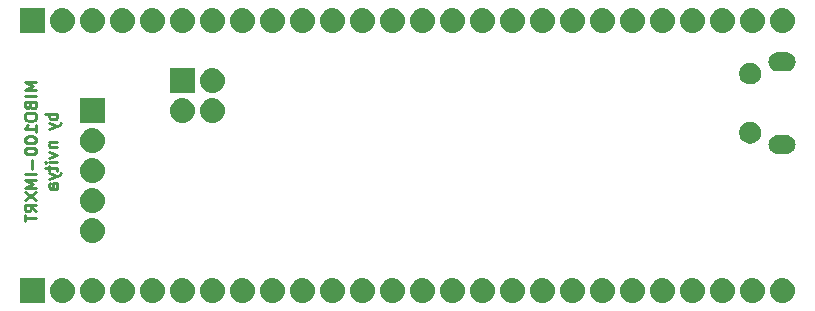
<source format=gbs>
G04 #@! TF.GenerationSoftware,KiCad,Pcbnew,(5.0.0)*
G04 #@! TF.CreationDate,2018-10-21T18:57:16+02:00*
G04 #@! TF.ProjectId,mibo100_imxrt,6D69626F3130305F696D7872742E6B69,rev?*
G04 #@! TF.SameCoordinates,PX695f190PY429d390*
G04 #@! TF.FileFunction,Soldermask,Bot*
G04 #@! TF.FilePolarity,Negative*
%FSLAX46Y46*%
G04 Gerber Fmt 4.6, Leading zero omitted, Abs format (unit mm)*
G04 Created by KiCad (PCBNEW (5.0.0)) date 10/21/18 18:57:16*
%MOMM*%
%LPD*%
G01*
G04 APERTURE LIST*
%ADD10C,0.250000*%
%ADD11C,0.100000*%
G04 APERTURE END LIST*
D10*
X1609380Y-6509476D02*
X609380Y-6509476D01*
X1323666Y-6842809D01*
X609380Y-7176142D01*
X1609380Y-7176142D01*
X1609380Y-7652333D02*
X609380Y-7652333D01*
X1085571Y-8461857D02*
X1133190Y-8604714D01*
X1180809Y-8652333D01*
X1276047Y-8699952D01*
X1418904Y-8699952D01*
X1514142Y-8652333D01*
X1561761Y-8604714D01*
X1609380Y-8509476D01*
X1609380Y-8128523D01*
X609380Y-8128523D01*
X609380Y-8461857D01*
X657000Y-8557095D01*
X704619Y-8604714D01*
X799857Y-8652333D01*
X895095Y-8652333D01*
X990333Y-8604714D01*
X1037952Y-8557095D01*
X1085571Y-8461857D01*
X1085571Y-8128523D01*
X609380Y-9319000D02*
X609380Y-9509476D01*
X657000Y-9604714D01*
X752238Y-9699952D01*
X942714Y-9747571D01*
X1276047Y-9747571D01*
X1466523Y-9699952D01*
X1561761Y-9604714D01*
X1609380Y-9509476D01*
X1609380Y-9319000D01*
X1561761Y-9223761D01*
X1466523Y-9128523D01*
X1276047Y-9080904D01*
X942714Y-9080904D01*
X752238Y-9128523D01*
X657000Y-9223761D01*
X609380Y-9319000D01*
X1609380Y-10699952D02*
X1609380Y-10128523D01*
X1609380Y-10414238D02*
X609380Y-10414238D01*
X752238Y-10319000D01*
X847476Y-10223761D01*
X895095Y-10128523D01*
X609380Y-11319000D02*
X609380Y-11414238D01*
X657000Y-11509476D01*
X704619Y-11557095D01*
X799857Y-11604714D01*
X990333Y-11652333D01*
X1228428Y-11652333D01*
X1418904Y-11604714D01*
X1514142Y-11557095D01*
X1561761Y-11509476D01*
X1609380Y-11414238D01*
X1609380Y-11319000D01*
X1561761Y-11223761D01*
X1514142Y-11176142D01*
X1418904Y-11128523D01*
X1228428Y-11080904D01*
X990333Y-11080904D01*
X799857Y-11128523D01*
X704619Y-11176142D01*
X657000Y-11223761D01*
X609380Y-11319000D01*
X609380Y-12271380D02*
X609380Y-12366619D01*
X657000Y-12461857D01*
X704619Y-12509476D01*
X799857Y-12557095D01*
X990333Y-12604714D01*
X1228428Y-12604714D01*
X1418904Y-12557095D01*
X1514142Y-12509476D01*
X1561761Y-12461857D01*
X1609380Y-12366619D01*
X1609380Y-12271380D01*
X1561761Y-12176142D01*
X1514142Y-12128523D01*
X1418904Y-12080904D01*
X1228428Y-12033285D01*
X990333Y-12033285D01*
X799857Y-12080904D01*
X704619Y-12128523D01*
X657000Y-12176142D01*
X609380Y-12271380D01*
X1228428Y-13033285D02*
X1228428Y-13795190D01*
X1609380Y-14271380D02*
X609380Y-14271380D01*
X1609380Y-14747571D02*
X609380Y-14747571D01*
X1323666Y-15080904D01*
X609380Y-15414238D01*
X1609380Y-15414238D01*
X609380Y-15795190D02*
X1609380Y-16461857D01*
X609380Y-16461857D02*
X1609380Y-15795190D01*
X1609380Y-17414238D02*
X1133190Y-17080904D01*
X1609380Y-16842809D02*
X609380Y-16842809D01*
X609380Y-17223761D01*
X657000Y-17319000D01*
X704619Y-17366619D01*
X799857Y-17414238D01*
X942714Y-17414238D01*
X1037952Y-17366619D01*
X1085571Y-17319000D01*
X1133190Y-17223761D01*
X1133190Y-16842809D01*
X609380Y-17699952D02*
X609380Y-18271380D01*
X1609380Y-17985666D02*
X609380Y-17985666D01*
X3359380Y-9152333D02*
X2359380Y-9152333D01*
X2740333Y-9152333D02*
X2692714Y-9247571D01*
X2692714Y-9438047D01*
X2740333Y-9533285D01*
X2787952Y-9580904D01*
X2883190Y-9628523D01*
X3168904Y-9628523D01*
X3264142Y-9580904D01*
X3311761Y-9533285D01*
X3359380Y-9438047D01*
X3359380Y-9247571D01*
X3311761Y-9152333D01*
X2692714Y-9961857D02*
X3359380Y-10199952D01*
X2692714Y-10438047D02*
X3359380Y-10199952D01*
X3597476Y-10104714D01*
X3645095Y-10057095D01*
X3692714Y-9961857D01*
X2692714Y-11580904D02*
X3359380Y-11580904D01*
X2787952Y-11580904D02*
X2740333Y-11628523D01*
X2692714Y-11723761D01*
X2692714Y-11866619D01*
X2740333Y-11961857D01*
X2835571Y-12009476D01*
X3359380Y-12009476D01*
X2692714Y-12390428D02*
X3359380Y-12628523D01*
X2692714Y-12866619D01*
X3359380Y-13247571D02*
X2692714Y-13247571D01*
X2359380Y-13247571D02*
X2407000Y-13199952D01*
X2454619Y-13247571D01*
X2407000Y-13295190D01*
X2359380Y-13247571D01*
X2454619Y-13247571D01*
X2692714Y-13580904D02*
X2692714Y-13961857D01*
X2359380Y-13723761D02*
X3216523Y-13723761D01*
X3311761Y-13771380D01*
X3359380Y-13866619D01*
X3359380Y-13961857D01*
X2692714Y-14199952D02*
X3359380Y-14438047D01*
X2692714Y-14676142D02*
X3359380Y-14438047D01*
X3597476Y-14342809D01*
X3645095Y-14295190D01*
X3692714Y-14199952D01*
X3359380Y-15485666D02*
X2835571Y-15485666D01*
X2740333Y-15438047D01*
X2692714Y-15342809D01*
X2692714Y-15152333D01*
X2740333Y-15057095D01*
X3311761Y-15485666D02*
X3359380Y-15390428D01*
X3359380Y-15152333D01*
X3311761Y-15057095D01*
X3216523Y-15009476D01*
X3121285Y-15009476D01*
X3026047Y-15057095D01*
X2978428Y-15152333D01*
X2978428Y-15390428D01*
X2930809Y-15485666D01*
D11*
G36*
X64898707Y-23087596D02*
X64975836Y-23095193D01*
X65107787Y-23135220D01*
X65173763Y-23155233D01*
X65356172Y-23252733D01*
X65516054Y-23383946D01*
X65647267Y-23543828D01*
X65744767Y-23726237D01*
X65744767Y-23726238D01*
X65804807Y-23924164D01*
X65825080Y-24130000D01*
X65804807Y-24335836D01*
X65764780Y-24467787D01*
X65744767Y-24533763D01*
X65647267Y-24716172D01*
X65516054Y-24876054D01*
X65356172Y-25007267D01*
X65173763Y-25104767D01*
X65107787Y-25124780D01*
X64975836Y-25164807D01*
X64898707Y-25172403D01*
X64821580Y-25180000D01*
X64718420Y-25180000D01*
X64641293Y-25172403D01*
X64564164Y-25164807D01*
X64432213Y-25124780D01*
X64366237Y-25104767D01*
X64183828Y-25007267D01*
X64023946Y-24876054D01*
X63892733Y-24716172D01*
X63795233Y-24533763D01*
X63775220Y-24467787D01*
X63735193Y-24335836D01*
X63714920Y-24130000D01*
X63735193Y-23924164D01*
X63795233Y-23726238D01*
X63795233Y-23726237D01*
X63892733Y-23543828D01*
X64023946Y-23383946D01*
X64183828Y-23252733D01*
X64366237Y-23155233D01*
X64432213Y-23135220D01*
X64564164Y-23095193D01*
X64641293Y-23087596D01*
X64718420Y-23080000D01*
X64821580Y-23080000D01*
X64898707Y-23087596D01*
X64898707Y-23087596D01*
G37*
G36*
X31878707Y-23087596D02*
X31955836Y-23095193D01*
X32087787Y-23135220D01*
X32153763Y-23155233D01*
X32336172Y-23252733D01*
X32496054Y-23383946D01*
X32627267Y-23543828D01*
X32724767Y-23726237D01*
X32724767Y-23726238D01*
X32784807Y-23924164D01*
X32805080Y-24130000D01*
X32784807Y-24335836D01*
X32744780Y-24467787D01*
X32724767Y-24533763D01*
X32627267Y-24716172D01*
X32496054Y-24876054D01*
X32336172Y-25007267D01*
X32153763Y-25104767D01*
X32087787Y-25124780D01*
X31955836Y-25164807D01*
X31878707Y-25172403D01*
X31801580Y-25180000D01*
X31698420Y-25180000D01*
X31621293Y-25172403D01*
X31544164Y-25164807D01*
X31412213Y-25124780D01*
X31346237Y-25104767D01*
X31163828Y-25007267D01*
X31003946Y-24876054D01*
X30872733Y-24716172D01*
X30775233Y-24533763D01*
X30755220Y-24467787D01*
X30715193Y-24335836D01*
X30694920Y-24130000D01*
X30715193Y-23924164D01*
X30775233Y-23726238D01*
X30775233Y-23726237D01*
X30872733Y-23543828D01*
X31003946Y-23383946D01*
X31163828Y-23252733D01*
X31346237Y-23155233D01*
X31412213Y-23135220D01*
X31544164Y-23095193D01*
X31621293Y-23087596D01*
X31698420Y-23080000D01*
X31801580Y-23080000D01*
X31878707Y-23087596D01*
X31878707Y-23087596D01*
G37*
G36*
X2320000Y-25180000D02*
X220000Y-25180000D01*
X220000Y-23080000D01*
X2320000Y-23080000D01*
X2320000Y-25180000D01*
X2320000Y-25180000D01*
G37*
G36*
X3938707Y-23087596D02*
X4015836Y-23095193D01*
X4147787Y-23135220D01*
X4213763Y-23155233D01*
X4396172Y-23252733D01*
X4556054Y-23383946D01*
X4687267Y-23543828D01*
X4784767Y-23726237D01*
X4784767Y-23726238D01*
X4844807Y-23924164D01*
X4865080Y-24130000D01*
X4844807Y-24335836D01*
X4804780Y-24467787D01*
X4784767Y-24533763D01*
X4687267Y-24716172D01*
X4556054Y-24876054D01*
X4396172Y-25007267D01*
X4213763Y-25104767D01*
X4147787Y-25124780D01*
X4015836Y-25164807D01*
X3938707Y-25172403D01*
X3861580Y-25180000D01*
X3758420Y-25180000D01*
X3681293Y-25172403D01*
X3604164Y-25164807D01*
X3472213Y-25124780D01*
X3406237Y-25104767D01*
X3223828Y-25007267D01*
X3063946Y-24876054D01*
X2932733Y-24716172D01*
X2835233Y-24533763D01*
X2815220Y-24467787D01*
X2775193Y-24335836D01*
X2754920Y-24130000D01*
X2775193Y-23924164D01*
X2835233Y-23726238D01*
X2835233Y-23726237D01*
X2932733Y-23543828D01*
X3063946Y-23383946D01*
X3223828Y-23252733D01*
X3406237Y-23155233D01*
X3472213Y-23135220D01*
X3604164Y-23095193D01*
X3681293Y-23087596D01*
X3758420Y-23080000D01*
X3861580Y-23080000D01*
X3938707Y-23087596D01*
X3938707Y-23087596D01*
G37*
G36*
X6478707Y-23087596D02*
X6555836Y-23095193D01*
X6687787Y-23135220D01*
X6753763Y-23155233D01*
X6936172Y-23252733D01*
X7096054Y-23383946D01*
X7227267Y-23543828D01*
X7324767Y-23726237D01*
X7324767Y-23726238D01*
X7384807Y-23924164D01*
X7405080Y-24130000D01*
X7384807Y-24335836D01*
X7344780Y-24467787D01*
X7324767Y-24533763D01*
X7227267Y-24716172D01*
X7096054Y-24876054D01*
X6936172Y-25007267D01*
X6753763Y-25104767D01*
X6687787Y-25124780D01*
X6555836Y-25164807D01*
X6478707Y-25172403D01*
X6401580Y-25180000D01*
X6298420Y-25180000D01*
X6221293Y-25172403D01*
X6144164Y-25164807D01*
X6012213Y-25124780D01*
X5946237Y-25104767D01*
X5763828Y-25007267D01*
X5603946Y-24876054D01*
X5472733Y-24716172D01*
X5375233Y-24533763D01*
X5355220Y-24467787D01*
X5315193Y-24335836D01*
X5294920Y-24130000D01*
X5315193Y-23924164D01*
X5375233Y-23726238D01*
X5375233Y-23726237D01*
X5472733Y-23543828D01*
X5603946Y-23383946D01*
X5763828Y-23252733D01*
X5946237Y-23155233D01*
X6012213Y-23135220D01*
X6144164Y-23095193D01*
X6221293Y-23087596D01*
X6298420Y-23080000D01*
X6401580Y-23080000D01*
X6478707Y-23087596D01*
X6478707Y-23087596D01*
G37*
G36*
X9018707Y-23087596D02*
X9095836Y-23095193D01*
X9227787Y-23135220D01*
X9293763Y-23155233D01*
X9476172Y-23252733D01*
X9636054Y-23383946D01*
X9767267Y-23543828D01*
X9864767Y-23726237D01*
X9864767Y-23726238D01*
X9924807Y-23924164D01*
X9945080Y-24130000D01*
X9924807Y-24335836D01*
X9884780Y-24467787D01*
X9864767Y-24533763D01*
X9767267Y-24716172D01*
X9636054Y-24876054D01*
X9476172Y-25007267D01*
X9293763Y-25104767D01*
X9227787Y-25124780D01*
X9095836Y-25164807D01*
X9018707Y-25172403D01*
X8941580Y-25180000D01*
X8838420Y-25180000D01*
X8761293Y-25172403D01*
X8684164Y-25164807D01*
X8552213Y-25124780D01*
X8486237Y-25104767D01*
X8303828Y-25007267D01*
X8143946Y-24876054D01*
X8012733Y-24716172D01*
X7915233Y-24533763D01*
X7895220Y-24467787D01*
X7855193Y-24335836D01*
X7834920Y-24130000D01*
X7855193Y-23924164D01*
X7915233Y-23726238D01*
X7915233Y-23726237D01*
X8012733Y-23543828D01*
X8143946Y-23383946D01*
X8303828Y-23252733D01*
X8486237Y-23155233D01*
X8552213Y-23135220D01*
X8684164Y-23095193D01*
X8761293Y-23087596D01*
X8838420Y-23080000D01*
X8941580Y-23080000D01*
X9018707Y-23087596D01*
X9018707Y-23087596D01*
G37*
G36*
X11558707Y-23087596D02*
X11635836Y-23095193D01*
X11767787Y-23135220D01*
X11833763Y-23155233D01*
X12016172Y-23252733D01*
X12176054Y-23383946D01*
X12307267Y-23543828D01*
X12404767Y-23726237D01*
X12404767Y-23726238D01*
X12464807Y-23924164D01*
X12485080Y-24130000D01*
X12464807Y-24335836D01*
X12424780Y-24467787D01*
X12404767Y-24533763D01*
X12307267Y-24716172D01*
X12176054Y-24876054D01*
X12016172Y-25007267D01*
X11833763Y-25104767D01*
X11767787Y-25124780D01*
X11635836Y-25164807D01*
X11558707Y-25172403D01*
X11481580Y-25180000D01*
X11378420Y-25180000D01*
X11301293Y-25172403D01*
X11224164Y-25164807D01*
X11092213Y-25124780D01*
X11026237Y-25104767D01*
X10843828Y-25007267D01*
X10683946Y-24876054D01*
X10552733Y-24716172D01*
X10455233Y-24533763D01*
X10435220Y-24467787D01*
X10395193Y-24335836D01*
X10374920Y-24130000D01*
X10395193Y-23924164D01*
X10455233Y-23726238D01*
X10455233Y-23726237D01*
X10552733Y-23543828D01*
X10683946Y-23383946D01*
X10843828Y-23252733D01*
X11026237Y-23155233D01*
X11092213Y-23135220D01*
X11224164Y-23095193D01*
X11301293Y-23087596D01*
X11378420Y-23080000D01*
X11481580Y-23080000D01*
X11558707Y-23087596D01*
X11558707Y-23087596D01*
G37*
G36*
X14098707Y-23087596D02*
X14175836Y-23095193D01*
X14307787Y-23135220D01*
X14373763Y-23155233D01*
X14556172Y-23252733D01*
X14716054Y-23383946D01*
X14847267Y-23543828D01*
X14944767Y-23726237D01*
X14944767Y-23726238D01*
X15004807Y-23924164D01*
X15025080Y-24130000D01*
X15004807Y-24335836D01*
X14964780Y-24467787D01*
X14944767Y-24533763D01*
X14847267Y-24716172D01*
X14716054Y-24876054D01*
X14556172Y-25007267D01*
X14373763Y-25104767D01*
X14307787Y-25124780D01*
X14175836Y-25164807D01*
X14098707Y-25172403D01*
X14021580Y-25180000D01*
X13918420Y-25180000D01*
X13841293Y-25172403D01*
X13764164Y-25164807D01*
X13632213Y-25124780D01*
X13566237Y-25104767D01*
X13383828Y-25007267D01*
X13223946Y-24876054D01*
X13092733Y-24716172D01*
X12995233Y-24533763D01*
X12975220Y-24467787D01*
X12935193Y-24335836D01*
X12914920Y-24130000D01*
X12935193Y-23924164D01*
X12995233Y-23726238D01*
X12995233Y-23726237D01*
X13092733Y-23543828D01*
X13223946Y-23383946D01*
X13383828Y-23252733D01*
X13566237Y-23155233D01*
X13632213Y-23135220D01*
X13764164Y-23095193D01*
X13841293Y-23087596D01*
X13918420Y-23080000D01*
X14021580Y-23080000D01*
X14098707Y-23087596D01*
X14098707Y-23087596D01*
G37*
G36*
X16638707Y-23087596D02*
X16715836Y-23095193D01*
X16847787Y-23135220D01*
X16913763Y-23155233D01*
X17096172Y-23252733D01*
X17256054Y-23383946D01*
X17387267Y-23543828D01*
X17484767Y-23726237D01*
X17484767Y-23726238D01*
X17544807Y-23924164D01*
X17565080Y-24130000D01*
X17544807Y-24335836D01*
X17504780Y-24467787D01*
X17484767Y-24533763D01*
X17387267Y-24716172D01*
X17256054Y-24876054D01*
X17096172Y-25007267D01*
X16913763Y-25104767D01*
X16847787Y-25124780D01*
X16715836Y-25164807D01*
X16638707Y-25172403D01*
X16561580Y-25180000D01*
X16458420Y-25180000D01*
X16381293Y-25172403D01*
X16304164Y-25164807D01*
X16172213Y-25124780D01*
X16106237Y-25104767D01*
X15923828Y-25007267D01*
X15763946Y-24876054D01*
X15632733Y-24716172D01*
X15535233Y-24533763D01*
X15515220Y-24467787D01*
X15475193Y-24335836D01*
X15454920Y-24130000D01*
X15475193Y-23924164D01*
X15535233Y-23726238D01*
X15535233Y-23726237D01*
X15632733Y-23543828D01*
X15763946Y-23383946D01*
X15923828Y-23252733D01*
X16106237Y-23155233D01*
X16172213Y-23135220D01*
X16304164Y-23095193D01*
X16381293Y-23087596D01*
X16458420Y-23080000D01*
X16561580Y-23080000D01*
X16638707Y-23087596D01*
X16638707Y-23087596D01*
G37*
G36*
X19178707Y-23087596D02*
X19255836Y-23095193D01*
X19387787Y-23135220D01*
X19453763Y-23155233D01*
X19636172Y-23252733D01*
X19796054Y-23383946D01*
X19927267Y-23543828D01*
X20024767Y-23726237D01*
X20024767Y-23726238D01*
X20084807Y-23924164D01*
X20105080Y-24130000D01*
X20084807Y-24335836D01*
X20044780Y-24467787D01*
X20024767Y-24533763D01*
X19927267Y-24716172D01*
X19796054Y-24876054D01*
X19636172Y-25007267D01*
X19453763Y-25104767D01*
X19387787Y-25124780D01*
X19255836Y-25164807D01*
X19178707Y-25172403D01*
X19101580Y-25180000D01*
X18998420Y-25180000D01*
X18921293Y-25172403D01*
X18844164Y-25164807D01*
X18712213Y-25124780D01*
X18646237Y-25104767D01*
X18463828Y-25007267D01*
X18303946Y-24876054D01*
X18172733Y-24716172D01*
X18075233Y-24533763D01*
X18055220Y-24467787D01*
X18015193Y-24335836D01*
X17994920Y-24130000D01*
X18015193Y-23924164D01*
X18075233Y-23726238D01*
X18075233Y-23726237D01*
X18172733Y-23543828D01*
X18303946Y-23383946D01*
X18463828Y-23252733D01*
X18646237Y-23155233D01*
X18712213Y-23135220D01*
X18844164Y-23095193D01*
X18921293Y-23087596D01*
X18998420Y-23080000D01*
X19101580Y-23080000D01*
X19178707Y-23087596D01*
X19178707Y-23087596D01*
G37*
G36*
X21718707Y-23087596D02*
X21795836Y-23095193D01*
X21927787Y-23135220D01*
X21993763Y-23155233D01*
X22176172Y-23252733D01*
X22336054Y-23383946D01*
X22467267Y-23543828D01*
X22564767Y-23726237D01*
X22564767Y-23726238D01*
X22624807Y-23924164D01*
X22645080Y-24130000D01*
X22624807Y-24335836D01*
X22584780Y-24467787D01*
X22564767Y-24533763D01*
X22467267Y-24716172D01*
X22336054Y-24876054D01*
X22176172Y-25007267D01*
X21993763Y-25104767D01*
X21927787Y-25124780D01*
X21795836Y-25164807D01*
X21718707Y-25172403D01*
X21641580Y-25180000D01*
X21538420Y-25180000D01*
X21461293Y-25172403D01*
X21384164Y-25164807D01*
X21252213Y-25124780D01*
X21186237Y-25104767D01*
X21003828Y-25007267D01*
X20843946Y-24876054D01*
X20712733Y-24716172D01*
X20615233Y-24533763D01*
X20595220Y-24467787D01*
X20555193Y-24335836D01*
X20534920Y-24130000D01*
X20555193Y-23924164D01*
X20615233Y-23726238D01*
X20615233Y-23726237D01*
X20712733Y-23543828D01*
X20843946Y-23383946D01*
X21003828Y-23252733D01*
X21186237Y-23155233D01*
X21252213Y-23135220D01*
X21384164Y-23095193D01*
X21461293Y-23087596D01*
X21538420Y-23080000D01*
X21641580Y-23080000D01*
X21718707Y-23087596D01*
X21718707Y-23087596D01*
G37*
G36*
X24258707Y-23087596D02*
X24335836Y-23095193D01*
X24467787Y-23135220D01*
X24533763Y-23155233D01*
X24716172Y-23252733D01*
X24876054Y-23383946D01*
X25007267Y-23543828D01*
X25104767Y-23726237D01*
X25104767Y-23726238D01*
X25164807Y-23924164D01*
X25185080Y-24130000D01*
X25164807Y-24335836D01*
X25124780Y-24467787D01*
X25104767Y-24533763D01*
X25007267Y-24716172D01*
X24876054Y-24876054D01*
X24716172Y-25007267D01*
X24533763Y-25104767D01*
X24467787Y-25124780D01*
X24335836Y-25164807D01*
X24258707Y-25172403D01*
X24181580Y-25180000D01*
X24078420Y-25180000D01*
X24001293Y-25172403D01*
X23924164Y-25164807D01*
X23792213Y-25124780D01*
X23726237Y-25104767D01*
X23543828Y-25007267D01*
X23383946Y-24876054D01*
X23252733Y-24716172D01*
X23155233Y-24533763D01*
X23135220Y-24467787D01*
X23095193Y-24335836D01*
X23074920Y-24130000D01*
X23095193Y-23924164D01*
X23155233Y-23726238D01*
X23155233Y-23726237D01*
X23252733Y-23543828D01*
X23383946Y-23383946D01*
X23543828Y-23252733D01*
X23726237Y-23155233D01*
X23792213Y-23135220D01*
X23924164Y-23095193D01*
X24001293Y-23087596D01*
X24078420Y-23080000D01*
X24181580Y-23080000D01*
X24258707Y-23087596D01*
X24258707Y-23087596D01*
G37*
G36*
X26798707Y-23087596D02*
X26875836Y-23095193D01*
X27007787Y-23135220D01*
X27073763Y-23155233D01*
X27256172Y-23252733D01*
X27416054Y-23383946D01*
X27547267Y-23543828D01*
X27644767Y-23726237D01*
X27644767Y-23726238D01*
X27704807Y-23924164D01*
X27725080Y-24130000D01*
X27704807Y-24335836D01*
X27664780Y-24467787D01*
X27644767Y-24533763D01*
X27547267Y-24716172D01*
X27416054Y-24876054D01*
X27256172Y-25007267D01*
X27073763Y-25104767D01*
X27007787Y-25124780D01*
X26875836Y-25164807D01*
X26798707Y-25172403D01*
X26721580Y-25180000D01*
X26618420Y-25180000D01*
X26541293Y-25172403D01*
X26464164Y-25164807D01*
X26332213Y-25124780D01*
X26266237Y-25104767D01*
X26083828Y-25007267D01*
X25923946Y-24876054D01*
X25792733Y-24716172D01*
X25695233Y-24533763D01*
X25675220Y-24467787D01*
X25635193Y-24335836D01*
X25614920Y-24130000D01*
X25635193Y-23924164D01*
X25695233Y-23726238D01*
X25695233Y-23726237D01*
X25792733Y-23543828D01*
X25923946Y-23383946D01*
X26083828Y-23252733D01*
X26266237Y-23155233D01*
X26332213Y-23135220D01*
X26464164Y-23095193D01*
X26541293Y-23087596D01*
X26618420Y-23080000D01*
X26721580Y-23080000D01*
X26798707Y-23087596D01*
X26798707Y-23087596D01*
G37*
G36*
X29338707Y-23087596D02*
X29415836Y-23095193D01*
X29547787Y-23135220D01*
X29613763Y-23155233D01*
X29796172Y-23252733D01*
X29956054Y-23383946D01*
X30087267Y-23543828D01*
X30184767Y-23726237D01*
X30184767Y-23726238D01*
X30244807Y-23924164D01*
X30265080Y-24130000D01*
X30244807Y-24335836D01*
X30204780Y-24467787D01*
X30184767Y-24533763D01*
X30087267Y-24716172D01*
X29956054Y-24876054D01*
X29796172Y-25007267D01*
X29613763Y-25104767D01*
X29547787Y-25124780D01*
X29415836Y-25164807D01*
X29338707Y-25172403D01*
X29261580Y-25180000D01*
X29158420Y-25180000D01*
X29081293Y-25172403D01*
X29004164Y-25164807D01*
X28872213Y-25124780D01*
X28806237Y-25104767D01*
X28623828Y-25007267D01*
X28463946Y-24876054D01*
X28332733Y-24716172D01*
X28235233Y-24533763D01*
X28215220Y-24467787D01*
X28175193Y-24335836D01*
X28154920Y-24130000D01*
X28175193Y-23924164D01*
X28235233Y-23726238D01*
X28235233Y-23726237D01*
X28332733Y-23543828D01*
X28463946Y-23383946D01*
X28623828Y-23252733D01*
X28806237Y-23155233D01*
X28872213Y-23135220D01*
X29004164Y-23095193D01*
X29081293Y-23087596D01*
X29158420Y-23080000D01*
X29261580Y-23080000D01*
X29338707Y-23087596D01*
X29338707Y-23087596D01*
G37*
G36*
X36958707Y-23087596D02*
X37035836Y-23095193D01*
X37167787Y-23135220D01*
X37233763Y-23155233D01*
X37416172Y-23252733D01*
X37576054Y-23383946D01*
X37707267Y-23543828D01*
X37804767Y-23726237D01*
X37804767Y-23726238D01*
X37864807Y-23924164D01*
X37885080Y-24130000D01*
X37864807Y-24335836D01*
X37824780Y-24467787D01*
X37804767Y-24533763D01*
X37707267Y-24716172D01*
X37576054Y-24876054D01*
X37416172Y-25007267D01*
X37233763Y-25104767D01*
X37167787Y-25124780D01*
X37035836Y-25164807D01*
X36958707Y-25172403D01*
X36881580Y-25180000D01*
X36778420Y-25180000D01*
X36701293Y-25172403D01*
X36624164Y-25164807D01*
X36492213Y-25124780D01*
X36426237Y-25104767D01*
X36243828Y-25007267D01*
X36083946Y-24876054D01*
X35952733Y-24716172D01*
X35855233Y-24533763D01*
X35835220Y-24467787D01*
X35795193Y-24335836D01*
X35774920Y-24130000D01*
X35795193Y-23924164D01*
X35855233Y-23726238D01*
X35855233Y-23726237D01*
X35952733Y-23543828D01*
X36083946Y-23383946D01*
X36243828Y-23252733D01*
X36426237Y-23155233D01*
X36492213Y-23135220D01*
X36624164Y-23095193D01*
X36701293Y-23087596D01*
X36778420Y-23080000D01*
X36881580Y-23080000D01*
X36958707Y-23087596D01*
X36958707Y-23087596D01*
G37*
G36*
X62358707Y-23087596D02*
X62435836Y-23095193D01*
X62567787Y-23135220D01*
X62633763Y-23155233D01*
X62816172Y-23252733D01*
X62976054Y-23383946D01*
X63107267Y-23543828D01*
X63204767Y-23726237D01*
X63204767Y-23726238D01*
X63264807Y-23924164D01*
X63285080Y-24130000D01*
X63264807Y-24335836D01*
X63224780Y-24467787D01*
X63204767Y-24533763D01*
X63107267Y-24716172D01*
X62976054Y-24876054D01*
X62816172Y-25007267D01*
X62633763Y-25104767D01*
X62567787Y-25124780D01*
X62435836Y-25164807D01*
X62358707Y-25172403D01*
X62281580Y-25180000D01*
X62178420Y-25180000D01*
X62101293Y-25172403D01*
X62024164Y-25164807D01*
X61892213Y-25124780D01*
X61826237Y-25104767D01*
X61643828Y-25007267D01*
X61483946Y-24876054D01*
X61352733Y-24716172D01*
X61255233Y-24533763D01*
X61235220Y-24467787D01*
X61195193Y-24335836D01*
X61174920Y-24130000D01*
X61195193Y-23924164D01*
X61255233Y-23726238D01*
X61255233Y-23726237D01*
X61352733Y-23543828D01*
X61483946Y-23383946D01*
X61643828Y-23252733D01*
X61826237Y-23155233D01*
X61892213Y-23135220D01*
X62024164Y-23095193D01*
X62101293Y-23087596D01*
X62178420Y-23080000D01*
X62281580Y-23080000D01*
X62358707Y-23087596D01*
X62358707Y-23087596D01*
G37*
G36*
X59818707Y-23087596D02*
X59895836Y-23095193D01*
X60027787Y-23135220D01*
X60093763Y-23155233D01*
X60276172Y-23252733D01*
X60436054Y-23383946D01*
X60567267Y-23543828D01*
X60664767Y-23726237D01*
X60664767Y-23726238D01*
X60724807Y-23924164D01*
X60745080Y-24130000D01*
X60724807Y-24335836D01*
X60684780Y-24467787D01*
X60664767Y-24533763D01*
X60567267Y-24716172D01*
X60436054Y-24876054D01*
X60276172Y-25007267D01*
X60093763Y-25104767D01*
X60027787Y-25124780D01*
X59895836Y-25164807D01*
X59818707Y-25172403D01*
X59741580Y-25180000D01*
X59638420Y-25180000D01*
X59561293Y-25172403D01*
X59484164Y-25164807D01*
X59352213Y-25124780D01*
X59286237Y-25104767D01*
X59103828Y-25007267D01*
X58943946Y-24876054D01*
X58812733Y-24716172D01*
X58715233Y-24533763D01*
X58695220Y-24467787D01*
X58655193Y-24335836D01*
X58634920Y-24130000D01*
X58655193Y-23924164D01*
X58715233Y-23726238D01*
X58715233Y-23726237D01*
X58812733Y-23543828D01*
X58943946Y-23383946D01*
X59103828Y-23252733D01*
X59286237Y-23155233D01*
X59352213Y-23135220D01*
X59484164Y-23095193D01*
X59561293Y-23087596D01*
X59638420Y-23080000D01*
X59741580Y-23080000D01*
X59818707Y-23087596D01*
X59818707Y-23087596D01*
G37*
G36*
X57278707Y-23087596D02*
X57355836Y-23095193D01*
X57487787Y-23135220D01*
X57553763Y-23155233D01*
X57736172Y-23252733D01*
X57896054Y-23383946D01*
X58027267Y-23543828D01*
X58124767Y-23726237D01*
X58124767Y-23726238D01*
X58184807Y-23924164D01*
X58205080Y-24130000D01*
X58184807Y-24335836D01*
X58144780Y-24467787D01*
X58124767Y-24533763D01*
X58027267Y-24716172D01*
X57896054Y-24876054D01*
X57736172Y-25007267D01*
X57553763Y-25104767D01*
X57487787Y-25124780D01*
X57355836Y-25164807D01*
X57278707Y-25172403D01*
X57201580Y-25180000D01*
X57098420Y-25180000D01*
X57021293Y-25172403D01*
X56944164Y-25164807D01*
X56812213Y-25124780D01*
X56746237Y-25104767D01*
X56563828Y-25007267D01*
X56403946Y-24876054D01*
X56272733Y-24716172D01*
X56175233Y-24533763D01*
X56155220Y-24467787D01*
X56115193Y-24335836D01*
X56094920Y-24130000D01*
X56115193Y-23924164D01*
X56175233Y-23726238D01*
X56175233Y-23726237D01*
X56272733Y-23543828D01*
X56403946Y-23383946D01*
X56563828Y-23252733D01*
X56746237Y-23155233D01*
X56812213Y-23135220D01*
X56944164Y-23095193D01*
X57021293Y-23087596D01*
X57098420Y-23080000D01*
X57201580Y-23080000D01*
X57278707Y-23087596D01*
X57278707Y-23087596D01*
G37*
G36*
X54738707Y-23087596D02*
X54815836Y-23095193D01*
X54947787Y-23135220D01*
X55013763Y-23155233D01*
X55196172Y-23252733D01*
X55356054Y-23383946D01*
X55487267Y-23543828D01*
X55584767Y-23726237D01*
X55584767Y-23726238D01*
X55644807Y-23924164D01*
X55665080Y-24130000D01*
X55644807Y-24335836D01*
X55604780Y-24467787D01*
X55584767Y-24533763D01*
X55487267Y-24716172D01*
X55356054Y-24876054D01*
X55196172Y-25007267D01*
X55013763Y-25104767D01*
X54947787Y-25124780D01*
X54815836Y-25164807D01*
X54738707Y-25172403D01*
X54661580Y-25180000D01*
X54558420Y-25180000D01*
X54481293Y-25172403D01*
X54404164Y-25164807D01*
X54272213Y-25124780D01*
X54206237Y-25104767D01*
X54023828Y-25007267D01*
X53863946Y-24876054D01*
X53732733Y-24716172D01*
X53635233Y-24533763D01*
X53615220Y-24467787D01*
X53575193Y-24335836D01*
X53554920Y-24130000D01*
X53575193Y-23924164D01*
X53635233Y-23726238D01*
X53635233Y-23726237D01*
X53732733Y-23543828D01*
X53863946Y-23383946D01*
X54023828Y-23252733D01*
X54206237Y-23155233D01*
X54272213Y-23135220D01*
X54404164Y-23095193D01*
X54481293Y-23087596D01*
X54558420Y-23080000D01*
X54661580Y-23080000D01*
X54738707Y-23087596D01*
X54738707Y-23087596D01*
G37*
G36*
X52198707Y-23087596D02*
X52275836Y-23095193D01*
X52407787Y-23135220D01*
X52473763Y-23155233D01*
X52656172Y-23252733D01*
X52816054Y-23383946D01*
X52947267Y-23543828D01*
X53044767Y-23726237D01*
X53044767Y-23726238D01*
X53104807Y-23924164D01*
X53125080Y-24130000D01*
X53104807Y-24335836D01*
X53064780Y-24467787D01*
X53044767Y-24533763D01*
X52947267Y-24716172D01*
X52816054Y-24876054D01*
X52656172Y-25007267D01*
X52473763Y-25104767D01*
X52407787Y-25124780D01*
X52275836Y-25164807D01*
X52198707Y-25172403D01*
X52121580Y-25180000D01*
X52018420Y-25180000D01*
X51941293Y-25172403D01*
X51864164Y-25164807D01*
X51732213Y-25124780D01*
X51666237Y-25104767D01*
X51483828Y-25007267D01*
X51323946Y-24876054D01*
X51192733Y-24716172D01*
X51095233Y-24533763D01*
X51075220Y-24467787D01*
X51035193Y-24335836D01*
X51014920Y-24130000D01*
X51035193Y-23924164D01*
X51095233Y-23726238D01*
X51095233Y-23726237D01*
X51192733Y-23543828D01*
X51323946Y-23383946D01*
X51483828Y-23252733D01*
X51666237Y-23155233D01*
X51732213Y-23135220D01*
X51864164Y-23095193D01*
X51941293Y-23087596D01*
X52018420Y-23080000D01*
X52121580Y-23080000D01*
X52198707Y-23087596D01*
X52198707Y-23087596D01*
G37*
G36*
X49658707Y-23087596D02*
X49735836Y-23095193D01*
X49867787Y-23135220D01*
X49933763Y-23155233D01*
X50116172Y-23252733D01*
X50276054Y-23383946D01*
X50407267Y-23543828D01*
X50504767Y-23726237D01*
X50504767Y-23726238D01*
X50564807Y-23924164D01*
X50585080Y-24130000D01*
X50564807Y-24335836D01*
X50524780Y-24467787D01*
X50504767Y-24533763D01*
X50407267Y-24716172D01*
X50276054Y-24876054D01*
X50116172Y-25007267D01*
X49933763Y-25104767D01*
X49867787Y-25124780D01*
X49735836Y-25164807D01*
X49658707Y-25172403D01*
X49581580Y-25180000D01*
X49478420Y-25180000D01*
X49401293Y-25172403D01*
X49324164Y-25164807D01*
X49192213Y-25124780D01*
X49126237Y-25104767D01*
X48943828Y-25007267D01*
X48783946Y-24876054D01*
X48652733Y-24716172D01*
X48555233Y-24533763D01*
X48535220Y-24467787D01*
X48495193Y-24335836D01*
X48474920Y-24130000D01*
X48495193Y-23924164D01*
X48555233Y-23726238D01*
X48555233Y-23726237D01*
X48652733Y-23543828D01*
X48783946Y-23383946D01*
X48943828Y-23252733D01*
X49126237Y-23155233D01*
X49192213Y-23135220D01*
X49324164Y-23095193D01*
X49401293Y-23087596D01*
X49478420Y-23080000D01*
X49581580Y-23080000D01*
X49658707Y-23087596D01*
X49658707Y-23087596D01*
G37*
G36*
X47118707Y-23087596D02*
X47195836Y-23095193D01*
X47327787Y-23135220D01*
X47393763Y-23155233D01*
X47576172Y-23252733D01*
X47736054Y-23383946D01*
X47867267Y-23543828D01*
X47964767Y-23726237D01*
X47964767Y-23726238D01*
X48024807Y-23924164D01*
X48045080Y-24130000D01*
X48024807Y-24335836D01*
X47984780Y-24467787D01*
X47964767Y-24533763D01*
X47867267Y-24716172D01*
X47736054Y-24876054D01*
X47576172Y-25007267D01*
X47393763Y-25104767D01*
X47327787Y-25124780D01*
X47195836Y-25164807D01*
X47118707Y-25172403D01*
X47041580Y-25180000D01*
X46938420Y-25180000D01*
X46861293Y-25172403D01*
X46784164Y-25164807D01*
X46652213Y-25124780D01*
X46586237Y-25104767D01*
X46403828Y-25007267D01*
X46243946Y-24876054D01*
X46112733Y-24716172D01*
X46015233Y-24533763D01*
X45995220Y-24467787D01*
X45955193Y-24335836D01*
X45934920Y-24130000D01*
X45955193Y-23924164D01*
X46015233Y-23726238D01*
X46015233Y-23726237D01*
X46112733Y-23543828D01*
X46243946Y-23383946D01*
X46403828Y-23252733D01*
X46586237Y-23155233D01*
X46652213Y-23135220D01*
X46784164Y-23095193D01*
X46861293Y-23087596D01*
X46938420Y-23080000D01*
X47041580Y-23080000D01*
X47118707Y-23087596D01*
X47118707Y-23087596D01*
G37*
G36*
X44578707Y-23087596D02*
X44655836Y-23095193D01*
X44787787Y-23135220D01*
X44853763Y-23155233D01*
X45036172Y-23252733D01*
X45196054Y-23383946D01*
X45327267Y-23543828D01*
X45424767Y-23726237D01*
X45424767Y-23726238D01*
X45484807Y-23924164D01*
X45505080Y-24130000D01*
X45484807Y-24335836D01*
X45444780Y-24467787D01*
X45424767Y-24533763D01*
X45327267Y-24716172D01*
X45196054Y-24876054D01*
X45036172Y-25007267D01*
X44853763Y-25104767D01*
X44787787Y-25124780D01*
X44655836Y-25164807D01*
X44578707Y-25172403D01*
X44501580Y-25180000D01*
X44398420Y-25180000D01*
X44321293Y-25172403D01*
X44244164Y-25164807D01*
X44112213Y-25124780D01*
X44046237Y-25104767D01*
X43863828Y-25007267D01*
X43703946Y-24876054D01*
X43572733Y-24716172D01*
X43475233Y-24533763D01*
X43455220Y-24467787D01*
X43415193Y-24335836D01*
X43394920Y-24130000D01*
X43415193Y-23924164D01*
X43475233Y-23726238D01*
X43475233Y-23726237D01*
X43572733Y-23543828D01*
X43703946Y-23383946D01*
X43863828Y-23252733D01*
X44046237Y-23155233D01*
X44112213Y-23135220D01*
X44244164Y-23095193D01*
X44321293Y-23087596D01*
X44398420Y-23080000D01*
X44501580Y-23080000D01*
X44578707Y-23087596D01*
X44578707Y-23087596D01*
G37*
G36*
X42038707Y-23087596D02*
X42115836Y-23095193D01*
X42247787Y-23135220D01*
X42313763Y-23155233D01*
X42496172Y-23252733D01*
X42656054Y-23383946D01*
X42787267Y-23543828D01*
X42884767Y-23726237D01*
X42884767Y-23726238D01*
X42944807Y-23924164D01*
X42965080Y-24130000D01*
X42944807Y-24335836D01*
X42904780Y-24467787D01*
X42884767Y-24533763D01*
X42787267Y-24716172D01*
X42656054Y-24876054D01*
X42496172Y-25007267D01*
X42313763Y-25104767D01*
X42247787Y-25124780D01*
X42115836Y-25164807D01*
X42038707Y-25172403D01*
X41961580Y-25180000D01*
X41858420Y-25180000D01*
X41781293Y-25172403D01*
X41704164Y-25164807D01*
X41572213Y-25124780D01*
X41506237Y-25104767D01*
X41323828Y-25007267D01*
X41163946Y-24876054D01*
X41032733Y-24716172D01*
X40935233Y-24533763D01*
X40915220Y-24467787D01*
X40875193Y-24335836D01*
X40854920Y-24130000D01*
X40875193Y-23924164D01*
X40935233Y-23726238D01*
X40935233Y-23726237D01*
X41032733Y-23543828D01*
X41163946Y-23383946D01*
X41323828Y-23252733D01*
X41506237Y-23155233D01*
X41572213Y-23135220D01*
X41704164Y-23095193D01*
X41781293Y-23087596D01*
X41858420Y-23080000D01*
X41961580Y-23080000D01*
X42038707Y-23087596D01*
X42038707Y-23087596D01*
G37*
G36*
X39498707Y-23087596D02*
X39575836Y-23095193D01*
X39707787Y-23135220D01*
X39773763Y-23155233D01*
X39956172Y-23252733D01*
X40116054Y-23383946D01*
X40247267Y-23543828D01*
X40344767Y-23726237D01*
X40344767Y-23726238D01*
X40404807Y-23924164D01*
X40425080Y-24130000D01*
X40404807Y-24335836D01*
X40364780Y-24467787D01*
X40344767Y-24533763D01*
X40247267Y-24716172D01*
X40116054Y-24876054D01*
X39956172Y-25007267D01*
X39773763Y-25104767D01*
X39707787Y-25124780D01*
X39575836Y-25164807D01*
X39498707Y-25172403D01*
X39421580Y-25180000D01*
X39318420Y-25180000D01*
X39241293Y-25172403D01*
X39164164Y-25164807D01*
X39032213Y-25124780D01*
X38966237Y-25104767D01*
X38783828Y-25007267D01*
X38623946Y-24876054D01*
X38492733Y-24716172D01*
X38395233Y-24533763D01*
X38375220Y-24467787D01*
X38335193Y-24335836D01*
X38314920Y-24130000D01*
X38335193Y-23924164D01*
X38395233Y-23726238D01*
X38395233Y-23726237D01*
X38492733Y-23543828D01*
X38623946Y-23383946D01*
X38783828Y-23252733D01*
X38966237Y-23155233D01*
X39032213Y-23135220D01*
X39164164Y-23095193D01*
X39241293Y-23087596D01*
X39318420Y-23080000D01*
X39421580Y-23080000D01*
X39498707Y-23087596D01*
X39498707Y-23087596D01*
G37*
G36*
X34418707Y-23087596D02*
X34495836Y-23095193D01*
X34627787Y-23135220D01*
X34693763Y-23155233D01*
X34876172Y-23252733D01*
X35036054Y-23383946D01*
X35167267Y-23543828D01*
X35264767Y-23726237D01*
X35264767Y-23726238D01*
X35324807Y-23924164D01*
X35345080Y-24130000D01*
X35324807Y-24335836D01*
X35284780Y-24467787D01*
X35264767Y-24533763D01*
X35167267Y-24716172D01*
X35036054Y-24876054D01*
X34876172Y-25007267D01*
X34693763Y-25104767D01*
X34627787Y-25124780D01*
X34495836Y-25164807D01*
X34418707Y-25172403D01*
X34341580Y-25180000D01*
X34238420Y-25180000D01*
X34161293Y-25172403D01*
X34084164Y-25164807D01*
X33952213Y-25124780D01*
X33886237Y-25104767D01*
X33703828Y-25007267D01*
X33543946Y-24876054D01*
X33412733Y-24716172D01*
X33315233Y-24533763D01*
X33295220Y-24467787D01*
X33255193Y-24335836D01*
X33234920Y-24130000D01*
X33255193Y-23924164D01*
X33315233Y-23726238D01*
X33315233Y-23726237D01*
X33412733Y-23543828D01*
X33543946Y-23383946D01*
X33703828Y-23252733D01*
X33886237Y-23155233D01*
X33952213Y-23135220D01*
X34084164Y-23095193D01*
X34161293Y-23087596D01*
X34238420Y-23080000D01*
X34341580Y-23080000D01*
X34418707Y-23087596D01*
X34418707Y-23087596D01*
G37*
G36*
X6478707Y-18007596D02*
X6555836Y-18015193D01*
X6687787Y-18055220D01*
X6753763Y-18075233D01*
X6936172Y-18172733D01*
X7096054Y-18303946D01*
X7227267Y-18463828D01*
X7324767Y-18646237D01*
X7324767Y-18646238D01*
X7384807Y-18844164D01*
X7405080Y-19050000D01*
X7384807Y-19255836D01*
X7344780Y-19387787D01*
X7324767Y-19453763D01*
X7227267Y-19636172D01*
X7096054Y-19796054D01*
X6936172Y-19927267D01*
X6753763Y-20024767D01*
X6687787Y-20044780D01*
X6555836Y-20084807D01*
X6478707Y-20092403D01*
X6401580Y-20100000D01*
X6298420Y-20100000D01*
X6221293Y-20092403D01*
X6144164Y-20084807D01*
X6012213Y-20044780D01*
X5946237Y-20024767D01*
X5763828Y-19927267D01*
X5603946Y-19796054D01*
X5472733Y-19636172D01*
X5375233Y-19453763D01*
X5355220Y-19387787D01*
X5315193Y-19255836D01*
X5294920Y-19050000D01*
X5315193Y-18844164D01*
X5375233Y-18646238D01*
X5375233Y-18646237D01*
X5472733Y-18463828D01*
X5603946Y-18303946D01*
X5763828Y-18172733D01*
X5946237Y-18075233D01*
X6012213Y-18055220D01*
X6144164Y-18015193D01*
X6221293Y-18007596D01*
X6298420Y-18000000D01*
X6401580Y-18000000D01*
X6478707Y-18007596D01*
X6478707Y-18007596D01*
G37*
G36*
X6478707Y-15467597D02*
X6555836Y-15475193D01*
X6687787Y-15515220D01*
X6753763Y-15535233D01*
X6936172Y-15632733D01*
X7096054Y-15763946D01*
X7227267Y-15923828D01*
X7324767Y-16106237D01*
X7324767Y-16106238D01*
X7384807Y-16304164D01*
X7405080Y-16510000D01*
X7384807Y-16715836D01*
X7344780Y-16847787D01*
X7324767Y-16913763D01*
X7227267Y-17096172D01*
X7096054Y-17256054D01*
X6936172Y-17387267D01*
X6753763Y-17484767D01*
X6687787Y-17504780D01*
X6555836Y-17544807D01*
X6478707Y-17552404D01*
X6401580Y-17560000D01*
X6298420Y-17560000D01*
X6221293Y-17552404D01*
X6144164Y-17544807D01*
X6012213Y-17504780D01*
X5946237Y-17484767D01*
X5763828Y-17387267D01*
X5603946Y-17256054D01*
X5472733Y-17096172D01*
X5375233Y-16913763D01*
X5355220Y-16847787D01*
X5315193Y-16715836D01*
X5294920Y-16510000D01*
X5315193Y-16304164D01*
X5375233Y-16106238D01*
X5375233Y-16106237D01*
X5472733Y-15923828D01*
X5603946Y-15763946D01*
X5763828Y-15632733D01*
X5946237Y-15535233D01*
X6012213Y-15515220D01*
X6144164Y-15475193D01*
X6221293Y-15467597D01*
X6298420Y-15460000D01*
X6401580Y-15460000D01*
X6478707Y-15467597D01*
X6478707Y-15467597D01*
G37*
G36*
X6478707Y-12927596D02*
X6555836Y-12935193D01*
X6687787Y-12975220D01*
X6753763Y-12995233D01*
X6936172Y-13092733D01*
X7096054Y-13223946D01*
X7227267Y-13383828D01*
X7324767Y-13566237D01*
X7324767Y-13566238D01*
X7384807Y-13764164D01*
X7405080Y-13970000D01*
X7384807Y-14175836D01*
X7344780Y-14307787D01*
X7324767Y-14373763D01*
X7227267Y-14556172D01*
X7096054Y-14716054D01*
X6936172Y-14847267D01*
X6753763Y-14944767D01*
X6687787Y-14964780D01*
X6555836Y-15004807D01*
X6478707Y-15012403D01*
X6401580Y-15020000D01*
X6298420Y-15020000D01*
X6221293Y-15012403D01*
X6144164Y-15004807D01*
X6012213Y-14964780D01*
X5946237Y-14944767D01*
X5763828Y-14847267D01*
X5603946Y-14716054D01*
X5472733Y-14556172D01*
X5375233Y-14373763D01*
X5355220Y-14307787D01*
X5315193Y-14175836D01*
X5294920Y-13970000D01*
X5315193Y-13764164D01*
X5375233Y-13566238D01*
X5375233Y-13566237D01*
X5472733Y-13383828D01*
X5603946Y-13223946D01*
X5763828Y-13092733D01*
X5946237Y-12995233D01*
X6012213Y-12975220D01*
X6144164Y-12935193D01*
X6221293Y-12927596D01*
X6298420Y-12920000D01*
X6401580Y-12920000D01*
X6478707Y-12927596D01*
X6478707Y-12927596D01*
G37*
G36*
X65205149Y-10962717D02*
X65244327Y-10966576D01*
X65319727Y-10989448D01*
X65395129Y-11012321D01*
X65534108Y-11086608D01*
X65655922Y-11186578D01*
X65755892Y-11308392D01*
X65830179Y-11447371D01*
X65875924Y-11598174D01*
X65891370Y-11755000D01*
X65875924Y-11911826D01*
X65830179Y-12062629D01*
X65755892Y-12201608D01*
X65655922Y-12323422D01*
X65534108Y-12423392D01*
X65395129Y-12497679D01*
X65319728Y-12520551D01*
X65244327Y-12543424D01*
X65205149Y-12547283D01*
X65126795Y-12555000D01*
X64348205Y-12555000D01*
X64269851Y-12547283D01*
X64230673Y-12543424D01*
X64155272Y-12520551D01*
X64079871Y-12497679D01*
X63940892Y-12423392D01*
X63819078Y-12323422D01*
X63719108Y-12201608D01*
X63644821Y-12062629D01*
X63599076Y-11911826D01*
X63583630Y-11755000D01*
X63599076Y-11598174D01*
X63644821Y-11447371D01*
X63719108Y-11308392D01*
X63819078Y-11186578D01*
X63940892Y-11086608D01*
X64079871Y-11012321D01*
X64155273Y-10989448D01*
X64230673Y-10966576D01*
X64269851Y-10962717D01*
X64348205Y-10955000D01*
X65126795Y-10955000D01*
X65205149Y-10962717D01*
X65205149Y-10962717D01*
G37*
G36*
X6478707Y-10387597D02*
X6555836Y-10395193D01*
X6687787Y-10435220D01*
X6753763Y-10455233D01*
X6936172Y-10552733D01*
X7096054Y-10683946D01*
X7227267Y-10843828D01*
X7324767Y-11026237D01*
X7324767Y-11026238D01*
X7384807Y-11224164D01*
X7405080Y-11430000D01*
X7384807Y-11635836D01*
X7371410Y-11680000D01*
X7324767Y-11833763D01*
X7227267Y-12016172D01*
X7096054Y-12176054D01*
X6936172Y-12307267D01*
X6753763Y-12404767D01*
X6692363Y-12423392D01*
X6555836Y-12464807D01*
X6478707Y-12472404D01*
X6401580Y-12480000D01*
X6298420Y-12480000D01*
X6221293Y-12472404D01*
X6144164Y-12464807D01*
X6007637Y-12423392D01*
X5946237Y-12404767D01*
X5763828Y-12307267D01*
X5603946Y-12176054D01*
X5472733Y-12016172D01*
X5375233Y-11833763D01*
X5328590Y-11680000D01*
X5315193Y-11635836D01*
X5294920Y-11430000D01*
X5315193Y-11224164D01*
X5375233Y-11026238D01*
X5375233Y-11026237D01*
X5472733Y-10843828D01*
X5603946Y-10683946D01*
X5763828Y-10552733D01*
X5946237Y-10455233D01*
X6012213Y-10435220D01*
X6144164Y-10395193D01*
X6221293Y-10387597D01*
X6298420Y-10380000D01*
X6401580Y-10380000D01*
X6478707Y-10387597D01*
X6478707Y-10387597D01*
G37*
G36*
X62307311Y-9865546D02*
X62307314Y-9865547D01*
X62307313Y-9865547D01*
X62475652Y-9935275D01*
X62475653Y-9935276D01*
X62627156Y-10036507D01*
X62755993Y-10165344D01*
X62755995Y-10165347D01*
X62857225Y-10316848D01*
X62883383Y-10380000D01*
X62926954Y-10485189D01*
X62962500Y-10663894D01*
X62962500Y-10846106D01*
X62926954Y-11024811D01*
X62926953Y-11024813D01*
X62857225Y-11193152D01*
X62757360Y-11342611D01*
X62755993Y-11344656D01*
X62627156Y-11473493D01*
X62627153Y-11473495D01*
X62475652Y-11574725D01*
X62345448Y-11628657D01*
X62307311Y-11644454D01*
X62128606Y-11680000D01*
X61946394Y-11680000D01*
X61767689Y-11644454D01*
X61729552Y-11628657D01*
X61599348Y-11574725D01*
X61447847Y-11473495D01*
X61447844Y-11473493D01*
X61319007Y-11344656D01*
X61317640Y-11342611D01*
X61217775Y-11193152D01*
X61148047Y-11024813D01*
X61148046Y-11024811D01*
X61112500Y-10846106D01*
X61112500Y-10663894D01*
X61148046Y-10485189D01*
X61191617Y-10380000D01*
X61217775Y-10316848D01*
X61319005Y-10165347D01*
X61319007Y-10165344D01*
X61447844Y-10036507D01*
X61599347Y-9935276D01*
X61599348Y-9935275D01*
X61767687Y-9865547D01*
X61767686Y-9865547D01*
X61767689Y-9865546D01*
X61946394Y-9830000D01*
X62128606Y-9830000D01*
X62307311Y-9865546D01*
X62307311Y-9865546D01*
G37*
G36*
X16638707Y-7847597D02*
X16715836Y-7855193D01*
X16847787Y-7895220D01*
X16913763Y-7915233D01*
X17096172Y-8012733D01*
X17256054Y-8143946D01*
X17387267Y-8303828D01*
X17484767Y-8486237D01*
X17484767Y-8486238D01*
X17544807Y-8684164D01*
X17565080Y-8890000D01*
X17544807Y-9095836D01*
X17504780Y-9227787D01*
X17484767Y-9293763D01*
X17387267Y-9476172D01*
X17256054Y-9636054D01*
X17096172Y-9767267D01*
X16913763Y-9864767D01*
X16847787Y-9884780D01*
X16715836Y-9924807D01*
X16638707Y-9932403D01*
X16561580Y-9940000D01*
X16458420Y-9940000D01*
X16381293Y-9932403D01*
X16304164Y-9924807D01*
X16172213Y-9884780D01*
X16106237Y-9864767D01*
X15923828Y-9767267D01*
X15763946Y-9636054D01*
X15632733Y-9476172D01*
X15535233Y-9293763D01*
X15515220Y-9227787D01*
X15475193Y-9095836D01*
X15454920Y-8890000D01*
X15475193Y-8684164D01*
X15535233Y-8486238D01*
X15535233Y-8486237D01*
X15632733Y-8303828D01*
X15763946Y-8143946D01*
X15923828Y-8012733D01*
X16106237Y-7915233D01*
X16172213Y-7895220D01*
X16304164Y-7855193D01*
X16381293Y-7847597D01*
X16458420Y-7840000D01*
X16561580Y-7840000D01*
X16638707Y-7847597D01*
X16638707Y-7847597D01*
G37*
G36*
X14098707Y-7847597D02*
X14175836Y-7855193D01*
X14307787Y-7895220D01*
X14373763Y-7915233D01*
X14556172Y-8012733D01*
X14716054Y-8143946D01*
X14847267Y-8303828D01*
X14944767Y-8486237D01*
X14944767Y-8486238D01*
X15004807Y-8684164D01*
X15025080Y-8890000D01*
X15004807Y-9095836D01*
X14964780Y-9227787D01*
X14944767Y-9293763D01*
X14847267Y-9476172D01*
X14716054Y-9636054D01*
X14556172Y-9767267D01*
X14373763Y-9864767D01*
X14307787Y-9884780D01*
X14175836Y-9924807D01*
X14098707Y-9932403D01*
X14021580Y-9940000D01*
X13918420Y-9940000D01*
X13841293Y-9932403D01*
X13764164Y-9924807D01*
X13632213Y-9884780D01*
X13566237Y-9864767D01*
X13383828Y-9767267D01*
X13223946Y-9636054D01*
X13092733Y-9476172D01*
X12995233Y-9293763D01*
X12975220Y-9227787D01*
X12935193Y-9095836D01*
X12914920Y-8890000D01*
X12935193Y-8684164D01*
X12995233Y-8486238D01*
X12995233Y-8486237D01*
X13092733Y-8303828D01*
X13223946Y-8143946D01*
X13383828Y-8012733D01*
X13566237Y-7915233D01*
X13632213Y-7895220D01*
X13764164Y-7855193D01*
X13841293Y-7847597D01*
X13918420Y-7840000D01*
X14021580Y-7840000D01*
X14098707Y-7847597D01*
X14098707Y-7847597D01*
G37*
G36*
X7400000Y-9940000D02*
X5300000Y-9940000D01*
X5300000Y-7840000D01*
X7400000Y-7840000D01*
X7400000Y-9940000D01*
X7400000Y-9940000D01*
G37*
G36*
X16638707Y-5307597D02*
X16715836Y-5315193D01*
X16847787Y-5355220D01*
X16913763Y-5375233D01*
X17096172Y-5472733D01*
X17256054Y-5603946D01*
X17387267Y-5763828D01*
X17484767Y-5946237D01*
X17484767Y-5946238D01*
X17544807Y-6144164D01*
X17565080Y-6350000D01*
X17544807Y-6555836D01*
X17539077Y-6574724D01*
X17484767Y-6753763D01*
X17387267Y-6936172D01*
X17256054Y-7096054D01*
X17096172Y-7227267D01*
X16913763Y-7324767D01*
X16847787Y-7344780D01*
X16715836Y-7384807D01*
X16638707Y-7392404D01*
X16561580Y-7400000D01*
X16458420Y-7400000D01*
X16381293Y-7392404D01*
X16304164Y-7384807D01*
X16172213Y-7344780D01*
X16106237Y-7324767D01*
X15923828Y-7227267D01*
X15763946Y-7096054D01*
X15632733Y-6936172D01*
X15535233Y-6753763D01*
X15480923Y-6574724D01*
X15475193Y-6555836D01*
X15454920Y-6350000D01*
X15475193Y-6144164D01*
X15535233Y-5946238D01*
X15535233Y-5946237D01*
X15632733Y-5763828D01*
X15763946Y-5603946D01*
X15923828Y-5472733D01*
X16106237Y-5375233D01*
X16172213Y-5355220D01*
X16304164Y-5315193D01*
X16381293Y-5307597D01*
X16458420Y-5300000D01*
X16561580Y-5300000D01*
X16638707Y-5307597D01*
X16638707Y-5307597D01*
G37*
G36*
X15020000Y-7400000D02*
X12920000Y-7400000D01*
X12920000Y-5300000D01*
X15020000Y-5300000D01*
X15020000Y-7400000D01*
X15020000Y-7400000D01*
G37*
G36*
X62307311Y-4865546D02*
X62307314Y-4865547D01*
X62307313Y-4865547D01*
X62475652Y-4935275D01*
X62475653Y-4935276D01*
X62627156Y-5036507D01*
X62755993Y-5165344D01*
X62755995Y-5165347D01*
X62857225Y-5316848D01*
X62901357Y-5423392D01*
X62926954Y-5485189D01*
X62962500Y-5663894D01*
X62962500Y-5846106D01*
X62926954Y-6024811D01*
X62926953Y-6024813D01*
X62857225Y-6193152D01*
X62857224Y-6193153D01*
X62755993Y-6344656D01*
X62627156Y-6473493D01*
X62627153Y-6473495D01*
X62475652Y-6574725D01*
X62345448Y-6628657D01*
X62307311Y-6644454D01*
X62128606Y-6680000D01*
X61946394Y-6680000D01*
X61767689Y-6644454D01*
X61729552Y-6628657D01*
X61599348Y-6574725D01*
X61447847Y-6473495D01*
X61447844Y-6473493D01*
X61319007Y-6344656D01*
X61217776Y-6193153D01*
X61217775Y-6193152D01*
X61148047Y-6024813D01*
X61148046Y-6024811D01*
X61112500Y-5846106D01*
X61112500Y-5663894D01*
X61148046Y-5485189D01*
X61173643Y-5423392D01*
X61217775Y-5316848D01*
X61319005Y-5165347D01*
X61319007Y-5165344D01*
X61447844Y-5036507D01*
X61599347Y-4935276D01*
X61599348Y-4935275D01*
X61767687Y-4865547D01*
X61767686Y-4865547D01*
X61767689Y-4865546D01*
X61946394Y-4830000D01*
X62128606Y-4830000D01*
X62307311Y-4865546D01*
X62307311Y-4865546D01*
G37*
G36*
X65205149Y-3962717D02*
X65244327Y-3966576D01*
X65319727Y-3989448D01*
X65395129Y-4012321D01*
X65534108Y-4086608D01*
X65655922Y-4186578D01*
X65755892Y-4308392D01*
X65830179Y-4447371D01*
X65875924Y-4598174D01*
X65891370Y-4755000D01*
X65875924Y-4911826D01*
X65830179Y-5062629D01*
X65755892Y-5201608D01*
X65655922Y-5323422D01*
X65534108Y-5423392D01*
X65395129Y-5497679D01*
X65319727Y-5520552D01*
X65244327Y-5543424D01*
X65205149Y-5547283D01*
X65126795Y-5555000D01*
X64348205Y-5555000D01*
X64269851Y-5547283D01*
X64230673Y-5543424D01*
X64155273Y-5520552D01*
X64079871Y-5497679D01*
X63940892Y-5423392D01*
X63819078Y-5323422D01*
X63719108Y-5201608D01*
X63644821Y-5062629D01*
X63599076Y-4911826D01*
X63583630Y-4755000D01*
X63599076Y-4598174D01*
X63644821Y-4447371D01*
X63719108Y-4308392D01*
X63819078Y-4186578D01*
X63940892Y-4086608D01*
X64079871Y-4012321D01*
X64155273Y-3989448D01*
X64230673Y-3966576D01*
X64269851Y-3962717D01*
X64348205Y-3955000D01*
X65126795Y-3955000D01*
X65205149Y-3962717D01*
X65205149Y-3962717D01*
G37*
G36*
X31878707Y-227596D02*
X31955836Y-235193D01*
X32087787Y-275220D01*
X32153763Y-295233D01*
X32336172Y-392733D01*
X32496054Y-523946D01*
X32627267Y-683828D01*
X32724767Y-866237D01*
X32724767Y-866238D01*
X32784807Y-1064164D01*
X32805080Y-1270000D01*
X32784807Y-1475836D01*
X32744780Y-1607787D01*
X32724767Y-1673763D01*
X32627267Y-1856172D01*
X32496054Y-2016054D01*
X32336172Y-2147267D01*
X32153763Y-2244767D01*
X32087787Y-2264780D01*
X31955836Y-2304807D01*
X31878707Y-2312404D01*
X31801580Y-2320000D01*
X31698420Y-2320000D01*
X31621293Y-2312404D01*
X31544164Y-2304807D01*
X31412213Y-2264780D01*
X31346237Y-2244767D01*
X31163828Y-2147267D01*
X31003946Y-2016054D01*
X30872733Y-1856172D01*
X30775233Y-1673763D01*
X30755220Y-1607787D01*
X30715193Y-1475836D01*
X30694920Y-1270000D01*
X30715193Y-1064164D01*
X30775233Y-866238D01*
X30775233Y-866237D01*
X30872733Y-683828D01*
X31003946Y-523946D01*
X31163828Y-392733D01*
X31346237Y-295233D01*
X31412213Y-275220D01*
X31544164Y-235193D01*
X31621293Y-227596D01*
X31698420Y-220000D01*
X31801580Y-220000D01*
X31878707Y-227596D01*
X31878707Y-227596D01*
G37*
G36*
X29338707Y-227596D02*
X29415836Y-235193D01*
X29547787Y-275220D01*
X29613763Y-295233D01*
X29796172Y-392733D01*
X29956054Y-523946D01*
X30087267Y-683828D01*
X30184767Y-866237D01*
X30184767Y-866238D01*
X30244807Y-1064164D01*
X30265080Y-1270000D01*
X30244807Y-1475836D01*
X30204780Y-1607787D01*
X30184767Y-1673763D01*
X30087267Y-1856172D01*
X29956054Y-2016054D01*
X29796172Y-2147267D01*
X29613763Y-2244767D01*
X29547787Y-2264780D01*
X29415836Y-2304807D01*
X29338707Y-2312404D01*
X29261580Y-2320000D01*
X29158420Y-2320000D01*
X29081293Y-2312404D01*
X29004164Y-2304807D01*
X28872213Y-2264780D01*
X28806237Y-2244767D01*
X28623828Y-2147267D01*
X28463946Y-2016054D01*
X28332733Y-1856172D01*
X28235233Y-1673763D01*
X28215220Y-1607787D01*
X28175193Y-1475836D01*
X28154920Y-1270000D01*
X28175193Y-1064164D01*
X28235233Y-866238D01*
X28235233Y-866237D01*
X28332733Y-683828D01*
X28463946Y-523946D01*
X28623828Y-392733D01*
X28806237Y-295233D01*
X28872213Y-275220D01*
X29004164Y-235193D01*
X29081293Y-227596D01*
X29158420Y-220000D01*
X29261580Y-220000D01*
X29338707Y-227596D01*
X29338707Y-227596D01*
G37*
G36*
X6478707Y-227596D02*
X6555836Y-235193D01*
X6687787Y-275220D01*
X6753763Y-295233D01*
X6936172Y-392733D01*
X7096054Y-523946D01*
X7227267Y-683828D01*
X7324767Y-866237D01*
X7324767Y-866238D01*
X7384807Y-1064164D01*
X7405080Y-1270000D01*
X7384807Y-1475836D01*
X7344780Y-1607787D01*
X7324767Y-1673763D01*
X7227267Y-1856172D01*
X7096054Y-2016054D01*
X6936172Y-2147267D01*
X6753763Y-2244767D01*
X6687787Y-2264780D01*
X6555836Y-2304807D01*
X6478707Y-2312404D01*
X6401580Y-2320000D01*
X6298420Y-2320000D01*
X6221293Y-2312404D01*
X6144164Y-2304807D01*
X6012213Y-2264780D01*
X5946237Y-2244767D01*
X5763828Y-2147267D01*
X5603946Y-2016054D01*
X5472733Y-1856172D01*
X5375233Y-1673763D01*
X5355220Y-1607787D01*
X5315193Y-1475836D01*
X5294920Y-1270000D01*
X5315193Y-1064164D01*
X5375233Y-866238D01*
X5375233Y-866237D01*
X5472733Y-683828D01*
X5603946Y-523946D01*
X5763828Y-392733D01*
X5946237Y-295233D01*
X6012213Y-275220D01*
X6144164Y-235193D01*
X6221293Y-227596D01*
X6298420Y-220000D01*
X6401580Y-220000D01*
X6478707Y-227596D01*
X6478707Y-227596D01*
G37*
G36*
X2320000Y-2320000D02*
X220000Y-2320000D01*
X220000Y-220000D01*
X2320000Y-220000D01*
X2320000Y-2320000D01*
X2320000Y-2320000D01*
G37*
G36*
X3938707Y-227596D02*
X4015836Y-235193D01*
X4147787Y-275220D01*
X4213763Y-295233D01*
X4396172Y-392733D01*
X4556054Y-523946D01*
X4687267Y-683828D01*
X4784767Y-866237D01*
X4784767Y-866238D01*
X4844807Y-1064164D01*
X4865080Y-1270000D01*
X4844807Y-1475836D01*
X4804780Y-1607787D01*
X4784767Y-1673763D01*
X4687267Y-1856172D01*
X4556054Y-2016054D01*
X4396172Y-2147267D01*
X4213763Y-2244767D01*
X4147787Y-2264780D01*
X4015836Y-2304807D01*
X3938707Y-2312404D01*
X3861580Y-2320000D01*
X3758420Y-2320000D01*
X3681293Y-2312404D01*
X3604164Y-2304807D01*
X3472213Y-2264780D01*
X3406237Y-2244767D01*
X3223828Y-2147267D01*
X3063946Y-2016054D01*
X2932733Y-1856172D01*
X2835233Y-1673763D01*
X2815220Y-1607787D01*
X2775193Y-1475836D01*
X2754920Y-1270000D01*
X2775193Y-1064164D01*
X2835233Y-866238D01*
X2835233Y-866237D01*
X2932733Y-683828D01*
X3063946Y-523946D01*
X3223828Y-392733D01*
X3406237Y-295233D01*
X3472213Y-275220D01*
X3604164Y-235193D01*
X3681293Y-227596D01*
X3758420Y-220000D01*
X3861580Y-220000D01*
X3938707Y-227596D01*
X3938707Y-227596D01*
G37*
G36*
X9018707Y-227596D02*
X9095836Y-235193D01*
X9227787Y-275220D01*
X9293763Y-295233D01*
X9476172Y-392733D01*
X9636054Y-523946D01*
X9767267Y-683828D01*
X9864767Y-866237D01*
X9864767Y-866238D01*
X9924807Y-1064164D01*
X9945080Y-1270000D01*
X9924807Y-1475836D01*
X9884780Y-1607787D01*
X9864767Y-1673763D01*
X9767267Y-1856172D01*
X9636054Y-2016054D01*
X9476172Y-2147267D01*
X9293763Y-2244767D01*
X9227787Y-2264780D01*
X9095836Y-2304807D01*
X9018707Y-2312404D01*
X8941580Y-2320000D01*
X8838420Y-2320000D01*
X8761293Y-2312404D01*
X8684164Y-2304807D01*
X8552213Y-2264780D01*
X8486237Y-2244767D01*
X8303828Y-2147267D01*
X8143946Y-2016054D01*
X8012733Y-1856172D01*
X7915233Y-1673763D01*
X7895220Y-1607787D01*
X7855193Y-1475836D01*
X7834920Y-1270000D01*
X7855193Y-1064164D01*
X7915233Y-866238D01*
X7915233Y-866237D01*
X8012733Y-683828D01*
X8143946Y-523946D01*
X8303828Y-392733D01*
X8486237Y-295233D01*
X8552213Y-275220D01*
X8684164Y-235193D01*
X8761293Y-227596D01*
X8838420Y-220000D01*
X8941580Y-220000D01*
X9018707Y-227596D01*
X9018707Y-227596D01*
G37*
G36*
X11558707Y-227596D02*
X11635836Y-235193D01*
X11767787Y-275220D01*
X11833763Y-295233D01*
X12016172Y-392733D01*
X12176054Y-523946D01*
X12307267Y-683828D01*
X12404767Y-866237D01*
X12404767Y-866238D01*
X12464807Y-1064164D01*
X12485080Y-1270000D01*
X12464807Y-1475836D01*
X12424780Y-1607787D01*
X12404767Y-1673763D01*
X12307267Y-1856172D01*
X12176054Y-2016054D01*
X12016172Y-2147267D01*
X11833763Y-2244767D01*
X11767787Y-2264780D01*
X11635836Y-2304807D01*
X11558707Y-2312404D01*
X11481580Y-2320000D01*
X11378420Y-2320000D01*
X11301293Y-2312404D01*
X11224164Y-2304807D01*
X11092213Y-2264780D01*
X11026237Y-2244767D01*
X10843828Y-2147267D01*
X10683946Y-2016054D01*
X10552733Y-1856172D01*
X10455233Y-1673763D01*
X10435220Y-1607787D01*
X10395193Y-1475836D01*
X10374920Y-1270000D01*
X10395193Y-1064164D01*
X10455233Y-866238D01*
X10455233Y-866237D01*
X10552733Y-683828D01*
X10683946Y-523946D01*
X10843828Y-392733D01*
X11026237Y-295233D01*
X11092213Y-275220D01*
X11224164Y-235193D01*
X11301293Y-227596D01*
X11378420Y-220000D01*
X11481580Y-220000D01*
X11558707Y-227596D01*
X11558707Y-227596D01*
G37*
G36*
X14098707Y-227596D02*
X14175836Y-235193D01*
X14307787Y-275220D01*
X14373763Y-295233D01*
X14556172Y-392733D01*
X14716054Y-523946D01*
X14847267Y-683828D01*
X14944767Y-866237D01*
X14944767Y-866238D01*
X15004807Y-1064164D01*
X15025080Y-1270000D01*
X15004807Y-1475836D01*
X14964780Y-1607787D01*
X14944767Y-1673763D01*
X14847267Y-1856172D01*
X14716054Y-2016054D01*
X14556172Y-2147267D01*
X14373763Y-2244767D01*
X14307787Y-2264780D01*
X14175836Y-2304807D01*
X14098707Y-2312404D01*
X14021580Y-2320000D01*
X13918420Y-2320000D01*
X13841293Y-2312404D01*
X13764164Y-2304807D01*
X13632213Y-2264780D01*
X13566237Y-2244767D01*
X13383828Y-2147267D01*
X13223946Y-2016054D01*
X13092733Y-1856172D01*
X12995233Y-1673763D01*
X12975220Y-1607787D01*
X12935193Y-1475836D01*
X12914920Y-1270000D01*
X12935193Y-1064164D01*
X12995233Y-866238D01*
X12995233Y-866237D01*
X13092733Y-683828D01*
X13223946Y-523946D01*
X13383828Y-392733D01*
X13566237Y-295233D01*
X13632213Y-275220D01*
X13764164Y-235193D01*
X13841293Y-227596D01*
X13918420Y-220000D01*
X14021580Y-220000D01*
X14098707Y-227596D01*
X14098707Y-227596D01*
G37*
G36*
X16638707Y-227596D02*
X16715836Y-235193D01*
X16847787Y-275220D01*
X16913763Y-295233D01*
X17096172Y-392733D01*
X17256054Y-523946D01*
X17387267Y-683828D01*
X17484767Y-866237D01*
X17484767Y-866238D01*
X17544807Y-1064164D01*
X17565080Y-1270000D01*
X17544807Y-1475836D01*
X17504780Y-1607787D01*
X17484767Y-1673763D01*
X17387267Y-1856172D01*
X17256054Y-2016054D01*
X17096172Y-2147267D01*
X16913763Y-2244767D01*
X16847787Y-2264780D01*
X16715836Y-2304807D01*
X16638707Y-2312404D01*
X16561580Y-2320000D01*
X16458420Y-2320000D01*
X16381293Y-2312404D01*
X16304164Y-2304807D01*
X16172213Y-2264780D01*
X16106237Y-2244767D01*
X15923828Y-2147267D01*
X15763946Y-2016054D01*
X15632733Y-1856172D01*
X15535233Y-1673763D01*
X15515220Y-1607787D01*
X15475193Y-1475836D01*
X15454920Y-1270000D01*
X15475193Y-1064164D01*
X15535233Y-866238D01*
X15535233Y-866237D01*
X15632733Y-683828D01*
X15763946Y-523946D01*
X15923828Y-392733D01*
X16106237Y-295233D01*
X16172213Y-275220D01*
X16304164Y-235193D01*
X16381293Y-227596D01*
X16458420Y-220000D01*
X16561580Y-220000D01*
X16638707Y-227596D01*
X16638707Y-227596D01*
G37*
G36*
X19178707Y-227596D02*
X19255836Y-235193D01*
X19387787Y-275220D01*
X19453763Y-295233D01*
X19636172Y-392733D01*
X19796054Y-523946D01*
X19927267Y-683828D01*
X20024767Y-866237D01*
X20024767Y-866238D01*
X20084807Y-1064164D01*
X20105080Y-1270000D01*
X20084807Y-1475836D01*
X20044780Y-1607787D01*
X20024767Y-1673763D01*
X19927267Y-1856172D01*
X19796054Y-2016054D01*
X19636172Y-2147267D01*
X19453763Y-2244767D01*
X19387787Y-2264780D01*
X19255836Y-2304807D01*
X19178707Y-2312404D01*
X19101580Y-2320000D01*
X18998420Y-2320000D01*
X18921293Y-2312404D01*
X18844164Y-2304807D01*
X18712213Y-2264780D01*
X18646237Y-2244767D01*
X18463828Y-2147267D01*
X18303946Y-2016054D01*
X18172733Y-1856172D01*
X18075233Y-1673763D01*
X18055220Y-1607787D01*
X18015193Y-1475836D01*
X17994920Y-1270000D01*
X18015193Y-1064164D01*
X18075233Y-866238D01*
X18075233Y-866237D01*
X18172733Y-683828D01*
X18303946Y-523946D01*
X18463828Y-392733D01*
X18646237Y-295233D01*
X18712213Y-275220D01*
X18844164Y-235193D01*
X18921293Y-227596D01*
X18998420Y-220000D01*
X19101580Y-220000D01*
X19178707Y-227596D01*
X19178707Y-227596D01*
G37*
G36*
X21718707Y-227596D02*
X21795836Y-235193D01*
X21927787Y-275220D01*
X21993763Y-295233D01*
X22176172Y-392733D01*
X22336054Y-523946D01*
X22467267Y-683828D01*
X22564767Y-866237D01*
X22564767Y-866238D01*
X22624807Y-1064164D01*
X22645080Y-1270000D01*
X22624807Y-1475836D01*
X22584780Y-1607787D01*
X22564767Y-1673763D01*
X22467267Y-1856172D01*
X22336054Y-2016054D01*
X22176172Y-2147267D01*
X21993763Y-2244767D01*
X21927787Y-2264780D01*
X21795836Y-2304807D01*
X21718707Y-2312404D01*
X21641580Y-2320000D01*
X21538420Y-2320000D01*
X21461293Y-2312404D01*
X21384164Y-2304807D01*
X21252213Y-2264780D01*
X21186237Y-2244767D01*
X21003828Y-2147267D01*
X20843946Y-2016054D01*
X20712733Y-1856172D01*
X20615233Y-1673763D01*
X20595220Y-1607787D01*
X20555193Y-1475836D01*
X20534920Y-1270000D01*
X20555193Y-1064164D01*
X20615233Y-866238D01*
X20615233Y-866237D01*
X20712733Y-683828D01*
X20843946Y-523946D01*
X21003828Y-392733D01*
X21186237Y-295233D01*
X21252213Y-275220D01*
X21384164Y-235193D01*
X21461293Y-227596D01*
X21538420Y-220000D01*
X21641580Y-220000D01*
X21718707Y-227596D01*
X21718707Y-227596D01*
G37*
G36*
X24258707Y-227596D02*
X24335836Y-235193D01*
X24467787Y-275220D01*
X24533763Y-295233D01*
X24716172Y-392733D01*
X24876054Y-523946D01*
X25007267Y-683828D01*
X25104767Y-866237D01*
X25104767Y-866238D01*
X25164807Y-1064164D01*
X25185080Y-1270000D01*
X25164807Y-1475836D01*
X25124780Y-1607787D01*
X25104767Y-1673763D01*
X25007267Y-1856172D01*
X24876054Y-2016054D01*
X24716172Y-2147267D01*
X24533763Y-2244767D01*
X24467787Y-2264780D01*
X24335836Y-2304807D01*
X24258707Y-2312404D01*
X24181580Y-2320000D01*
X24078420Y-2320000D01*
X24001293Y-2312404D01*
X23924164Y-2304807D01*
X23792213Y-2264780D01*
X23726237Y-2244767D01*
X23543828Y-2147267D01*
X23383946Y-2016054D01*
X23252733Y-1856172D01*
X23155233Y-1673763D01*
X23135220Y-1607787D01*
X23095193Y-1475836D01*
X23074920Y-1270000D01*
X23095193Y-1064164D01*
X23155233Y-866238D01*
X23155233Y-866237D01*
X23252733Y-683828D01*
X23383946Y-523946D01*
X23543828Y-392733D01*
X23726237Y-295233D01*
X23792213Y-275220D01*
X23924164Y-235193D01*
X24001293Y-227596D01*
X24078420Y-220000D01*
X24181580Y-220000D01*
X24258707Y-227596D01*
X24258707Y-227596D01*
G37*
G36*
X26798707Y-227596D02*
X26875836Y-235193D01*
X27007787Y-275220D01*
X27073763Y-295233D01*
X27256172Y-392733D01*
X27416054Y-523946D01*
X27547267Y-683828D01*
X27644767Y-866237D01*
X27644767Y-866238D01*
X27704807Y-1064164D01*
X27725080Y-1270000D01*
X27704807Y-1475836D01*
X27664780Y-1607787D01*
X27644767Y-1673763D01*
X27547267Y-1856172D01*
X27416054Y-2016054D01*
X27256172Y-2147267D01*
X27073763Y-2244767D01*
X27007787Y-2264780D01*
X26875836Y-2304807D01*
X26798707Y-2312404D01*
X26721580Y-2320000D01*
X26618420Y-2320000D01*
X26541293Y-2312404D01*
X26464164Y-2304807D01*
X26332213Y-2264780D01*
X26266237Y-2244767D01*
X26083828Y-2147267D01*
X25923946Y-2016054D01*
X25792733Y-1856172D01*
X25695233Y-1673763D01*
X25675220Y-1607787D01*
X25635193Y-1475836D01*
X25614920Y-1270000D01*
X25635193Y-1064164D01*
X25695233Y-866238D01*
X25695233Y-866237D01*
X25792733Y-683828D01*
X25923946Y-523946D01*
X26083828Y-392733D01*
X26266237Y-295233D01*
X26332213Y-275220D01*
X26464164Y-235193D01*
X26541293Y-227596D01*
X26618420Y-220000D01*
X26721580Y-220000D01*
X26798707Y-227596D01*
X26798707Y-227596D01*
G37*
G36*
X64898707Y-227596D02*
X64975836Y-235193D01*
X65107787Y-275220D01*
X65173763Y-295233D01*
X65356172Y-392733D01*
X65516054Y-523946D01*
X65647267Y-683828D01*
X65744767Y-866237D01*
X65744767Y-866238D01*
X65804807Y-1064164D01*
X65825080Y-1270000D01*
X65804807Y-1475836D01*
X65764780Y-1607787D01*
X65744767Y-1673763D01*
X65647267Y-1856172D01*
X65516054Y-2016054D01*
X65356172Y-2147267D01*
X65173763Y-2244767D01*
X65107787Y-2264780D01*
X64975836Y-2304807D01*
X64898707Y-2312404D01*
X64821580Y-2320000D01*
X64718420Y-2320000D01*
X64641293Y-2312404D01*
X64564164Y-2304807D01*
X64432213Y-2264780D01*
X64366237Y-2244767D01*
X64183828Y-2147267D01*
X64023946Y-2016054D01*
X63892733Y-1856172D01*
X63795233Y-1673763D01*
X63775220Y-1607787D01*
X63735193Y-1475836D01*
X63714920Y-1270000D01*
X63735193Y-1064164D01*
X63795233Y-866238D01*
X63795233Y-866237D01*
X63892733Y-683828D01*
X64023946Y-523946D01*
X64183828Y-392733D01*
X64366237Y-295233D01*
X64432213Y-275220D01*
X64564164Y-235193D01*
X64641293Y-227596D01*
X64718420Y-220000D01*
X64821580Y-220000D01*
X64898707Y-227596D01*
X64898707Y-227596D01*
G37*
G36*
X62358707Y-227596D02*
X62435836Y-235193D01*
X62567787Y-275220D01*
X62633763Y-295233D01*
X62816172Y-392733D01*
X62976054Y-523946D01*
X63107267Y-683828D01*
X63204767Y-866237D01*
X63204767Y-866238D01*
X63264807Y-1064164D01*
X63285080Y-1270000D01*
X63264807Y-1475836D01*
X63224780Y-1607787D01*
X63204767Y-1673763D01*
X63107267Y-1856172D01*
X62976054Y-2016054D01*
X62816172Y-2147267D01*
X62633763Y-2244767D01*
X62567787Y-2264780D01*
X62435836Y-2304807D01*
X62358707Y-2312404D01*
X62281580Y-2320000D01*
X62178420Y-2320000D01*
X62101293Y-2312404D01*
X62024164Y-2304807D01*
X61892213Y-2264780D01*
X61826237Y-2244767D01*
X61643828Y-2147267D01*
X61483946Y-2016054D01*
X61352733Y-1856172D01*
X61255233Y-1673763D01*
X61235220Y-1607787D01*
X61195193Y-1475836D01*
X61174920Y-1270000D01*
X61195193Y-1064164D01*
X61255233Y-866238D01*
X61255233Y-866237D01*
X61352733Y-683828D01*
X61483946Y-523946D01*
X61643828Y-392733D01*
X61826237Y-295233D01*
X61892213Y-275220D01*
X62024164Y-235193D01*
X62101293Y-227596D01*
X62178420Y-220000D01*
X62281580Y-220000D01*
X62358707Y-227596D01*
X62358707Y-227596D01*
G37*
G36*
X59818707Y-227596D02*
X59895836Y-235193D01*
X60027787Y-275220D01*
X60093763Y-295233D01*
X60276172Y-392733D01*
X60436054Y-523946D01*
X60567267Y-683828D01*
X60664767Y-866237D01*
X60664767Y-866238D01*
X60724807Y-1064164D01*
X60745080Y-1270000D01*
X60724807Y-1475836D01*
X60684780Y-1607787D01*
X60664767Y-1673763D01*
X60567267Y-1856172D01*
X60436054Y-2016054D01*
X60276172Y-2147267D01*
X60093763Y-2244767D01*
X60027787Y-2264780D01*
X59895836Y-2304807D01*
X59818707Y-2312404D01*
X59741580Y-2320000D01*
X59638420Y-2320000D01*
X59561293Y-2312404D01*
X59484164Y-2304807D01*
X59352213Y-2264780D01*
X59286237Y-2244767D01*
X59103828Y-2147267D01*
X58943946Y-2016054D01*
X58812733Y-1856172D01*
X58715233Y-1673763D01*
X58695220Y-1607787D01*
X58655193Y-1475836D01*
X58634920Y-1270000D01*
X58655193Y-1064164D01*
X58715233Y-866238D01*
X58715233Y-866237D01*
X58812733Y-683828D01*
X58943946Y-523946D01*
X59103828Y-392733D01*
X59286237Y-295233D01*
X59352213Y-275220D01*
X59484164Y-235193D01*
X59561293Y-227596D01*
X59638420Y-220000D01*
X59741580Y-220000D01*
X59818707Y-227596D01*
X59818707Y-227596D01*
G37*
G36*
X57278707Y-227596D02*
X57355836Y-235193D01*
X57487787Y-275220D01*
X57553763Y-295233D01*
X57736172Y-392733D01*
X57896054Y-523946D01*
X58027267Y-683828D01*
X58124767Y-866237D01*
X58124767Y-866238D01*
X58184807Y-1064164D01*
X58205080Y-1270000D01*
X58184807Y-1475836D01*
X58144780Y-1607787D01*
X58124767Y-1673763D01*
X58027267Y-1856172D01*
X57896054Y-2016054D01*
X57736172Y-2147267D01*
X57553763Y-2244767D01*
X57487787Y-2264780D01*
X57355836Y-2304807D01*
X57278707Y-2312404D01*
X57201580Y-2320000D01*
X57098420Y-2320000D01*
X57021293Y-2312404D01*
X56944164Y-2304807D01*
X56812213Y-2264780D01*
X56746237Y-2244767D01*
X56563828Y-2147267D01*
X56403946Y-2016054D01*
X56272733Y-1856172D01*
X56175233Y-1673763D01*
X56155220Y-1607787D01*
X56115193Y-1475836D01*
X56094920Y-1270000D01*
X56115193Y-1064164D01*
X56175233Y-866238D01*
X56175233Y-866237D01*
X56272733Y-683828D01*
X56403946Y-523946D01*
X56563828Y-392733D01*
X56746237Y-295233D01*
X56812213Y-275220D01*
X56944164Y-235193D01*
X57021293Y-227596D01*
X57098420Y-220000D01*
X57201580Y-220000D01*
X57278707Y-227596D01*
X57278707Y-227596D01*
G37*
G36*
X54738707Y-227596D02*
X54815836Y-235193D01*
X54947787Y-275220D01*
X55013763Y-295233D01*
X55196172Y-392733D01*
X55356054Y-523946D01*
X55487267Y-683828D01*
X55584767Y-866237D01*
X55584767Y-866238D01*
X55644807Y-1064164D01*
X55665080Y-1270000D01*
X55644807Y-1475836D01*
X55604780Y-1607787D01*
X55584767Y-1673763D01*
X55487267Y-1856172D01*
X55356054Y-2016054D01*
X55196172Y-2147267D01*
X55013763Y-2244767D01*
X54947787Y-2264780D01*
X54815836Y-2304807D01*
X54738707Y-2312404D01*
X54661580Y-2320000D01*
X54558420Y-2320000D01*
X54481293Y-2312404D01*
X54404164Y-2304807D01*
X54272213Y-2264780D01*
X54206237Y-2244767D01*
X54023828Y-2147267D01*
X53863946Y-2016054D01*
X53732733Y-1856172D01*
X53635233Y-1673763D01*
X53615220Y-1607787D01*
X53575193Y-1475836D01*
X53554920Y-1270000D01*
X53575193Y-1064164D01*
X53635233Y-866238D01*
X53635233Y-866237D01*
X53732733Y-683828D01*
X53863946Y-523946D01*
X54023828Y-392733D01*
X54206237Y-295233D01*
X54272213Y-275220D01*
X54404164Y-235193D01*
X54481293Y-227596D01*
X54558420Y-220000D01*
X54661580Y-220000D01*
X54738707Y-227596D01*
X54738707Y-227596D01*
G37*
G36*
X52198707Y-227596D02*
X52275836Y-235193D01*
X52407787Y-275220D01*
X52473763Y-295233D01*
X52656172Y-392733D01*
X52816054Y-523946D01*
X52947267Y-683828D01*
X53044767Y-866237D01*
X53044767Y-866238D01*
X53104807Y-1064164D01*
X53125080Y-1270000D01*
X53104807Y-1475836D01*
X53064780Y-1607787D01*
X53044767Y-1673763D01*
X52947267Y-1856172D01*
X52816054Y-2016054D01*
X52656172Y-2147267D01*
X52473763Y-2244767D01*
X52407787Y-2264780D01*
X52275836Y-2304807D01*
X52198707Y-2312404D01*
X52121580Y-2320000D01*
X52018420Y-2320000D01*
X51941293Y-2312404D01*
X51864164Y-2304807D01*
X51732213Y-2264780D01*
X51666237Y-2244767D01*
X51483828Y-2147267D01*
X51323946Y-2016054D01*
X51192733Y-1856172D01*
X51095233Y-1673763D01*
X51075220Y-1607787D01*
X51035193Y-1475836D01*
X51014920Y-1270000D01*
X51035193Y-1064164D01*
X51095233Y-866238D01*
X51095233Y-866237D01*
X51192733Y-683828D01*
X51323946Y-523946D01*
X51483828Y-392733D01*
X51666237Y-295233D01*
X51732213Y-275220D01*
X51864164Y-235193D01*
X51941293Y-227596D01*
X52018420Y-220000D01*
X52121580Y-220000D01*
X52198707Y-227596D01*
X52198707Y-227596D01*
G37*
G36*
X49658707Y-227596D02*
X49735836Y-235193D01*
X49867787Y-275220D01*
X49933763Y-295233D01*
X50116172Y-392733D01*
X50276054Y-523946D01*
X50407267Y-683828D01*
X50504767Y-866237D01*
X50504767Y-866238D01*
X50564807Y-1064164D01*
X50585080Y-1270000D01*
X50564807Y-1475836D01*
X50524780Y-1607787D01*
X50504767Y-1673763D01*
X50407267Y-1856172D01*
X50276054Y-2016054D01*
X50116172Y-2147267D01*
X49933763Y-2244767D01*
X49867787Y-2264780D01*
X49735836Y-2304807D01*
X49658707Y-2312404D01*
X49581580Y-2320000D01*
X49478420Y-2320000D01*
X49401293Y-2312404D01*
X49324164Y-2304807D01*
X49192213Y-2264780D01*
X49126237Y-2244767D01*
X48943828Y-2147267D01*
X48783946Y-2016054D01*
X48652733Y-1856172D01*
X48555233Y-1673763D01*
X48535220Y-1607787D01*
X48495193Y-1475836D01*
X48474920Y-1270000D01*
X48495193Y-1064164D01*
X48555233Y-866238D01*
X48555233Y-866237D01*
X48652733Y-683828D01*
X48783946Y-523946D01*
X48943828Y-392733D01*
X49126237Y-295233D01*
X49192213Y-275220D01*
X49324164Y-235193D01*
X49401293Y-227596D01*
X49478420Y-220000D01*
X49581580Y-220000D01*
X49658707Y-227596D01*
X49658707Y-227596D01*
G37*
G36*
X47118707Y-227596D02*
X47195836Y-235193D01*
X47327787Y-275220D01*
X47393763Y-295233D01*
X47576172Y-392733D01*
X47736054Y-523946D01*
X47867267Y-683828D01*
X47964767Y-866237D01*
X47964767Y-866238D01*
X48024807Y-1064164D01*
X48045080Y-1270000D01*
X48024807Y-1475836D01*
X47984780Y-1607787D01*
X47964767Y-1673763D01*
X47867267Y-1856172D01*
X47736054Y-2016054D01*
X47576172Y-2147267D01*
X47393763Y-2244767D01*
X47327787Y-2264780D01*
X47195836Y-2304807D01*
X47118707Y-2312404D01*
X47041580Y-2320000D01*
X46938420Y-2320000D01*
X46861293Y-2312404D01*
X46784164Y-2304807D01*
X46652213Y-2264780D01*
X46586237Y-2244767D01*
X46403828Y-2147267D01*
X46243946Y-2016054D01*
X46112733Y-1856172D01*
X46015233Y-1673763D01*
X45995220Y-1607787D01*
X45955193Y-1475836D01*
X45934920Y-1270000D01*
X45955193Y-1064164D01*
X46015233Y-866238D01*
X46015233Y-866237D01*
X46112733Y-683828D01*
X46243946Y-523946D01*
X46403828Y-392733D01*
X46586237Y-295233D01*
X46652213Y-275220D01*
X46784164Y-235193D01*
X46861293Y-227596D01*
X46938420Y-220000D01*
X47041580Y-220000D01*
X47118707Y-227596D01*
X47118707Y-227596D01*
G37*
G36*
X44578707Y-227596D02*
X44655836Y-235193D01*
X44787787Y-275220D01*
X44853763Y-295233D01*
X45036172Y-392733D01*
X45196054Y-523946D01*
X45327267Y-683828D01*
X45424767Y-866237D01*
X45424767Y-866238D01*
X45484807Y-1064164D01*
X45505080Y-1270000D01*
X45484807Y-1475836D01*
X45444780Y-1607787D01*
X45424767Y-1673763D01*
X45327267Y-1856172D01*
X45196054Y-2016054D01*
X45036172Y-2147267D01*
X44853763Y-2244767D01*
X44787787Y-2264780D01*
X44655836Y-2304807D01*
X44578707Y-2312404D01*
X44501580Y-2320000D01*
X44398420Y-2320000D01*
X44321293Y-2312404D01*
X44244164Y-2304807D01*
X44112213Y-2264780D01*
X44046237Y-2244767D01*
X43863828Y-2147267D01*
X43703946Y-2016054D01*
X43572733Y-1856172D01*
X43475233Y-1673763D01*
X43455220Y-1607787D01*
X43415193Y-1475836D01*
X43394920Y-1270000D01*
X43415193Y-1064164D01*
X43475233Y-866238D01*
X43475233Y-866237D01*
X43572733Y-683828D01*
X43703946Y-523946D01*
X43863828Y-392733D01*
X44046237Y-295233D01*
X44112213Y-275220D01*
X44244164Y-235193D01*
X44321293Y-227596D01*
X44398420Y-220000D01*
X44501580Y-220000D01*
X44578707Y-227596D01*
X44578707Y-227596D01*
G37*
G36*
X42038707Y-227596D02*
X42115836Y-235193D01*
X42247787Y-275220D01*
X42313763Y-295233D01*
X42496172Y-392733D01*
X42656054Y-523946D01*
X42787267Y-683828D01*
X42884767Y-866237D01*
X42884767Y-866238D01*
X42944807Y-1064164D01*
X42965080Y-1270000D01*
X42944807Y-1475836D01*
X42904780Y-1607787D01*
X42884767Y-1673763D01*
X42787267Y-1856172D01*
X42656054Y-2016054D01*
X42496172Y-2147267D01*
X42313763Y-2244767D01*
X42247787Y-2264780D01*
X42115836Y-2304807D01*
X42038707Y-2312404D01*
X41961580Y-2320000D01*
X41858420Y-2320000D01*
X41781293Y-2312404D01*
X41704164Y-2304807D01*
X41572213Y-2264780D01*
X41506237Y-2244767D01*
X41323828Y-2147267D01*
X41163946Y-2016054D01*
X41032733Y-1856172D01*
X40935233Y-1673763D01*
X40915220Y-1607787D01*
X40875193Y-1475836D01*
X40854920Y-1270000D01*
X40875193Y-1064164D01*
X40935233Y-866238D01*
X40935233Y-866237D01*
X41032733Y-683828D01*
X41163946Y-523946D01*
X41323828Y-392733D01*
X41506237Y-295233D01*
X41572213Y-275220D01*
X41704164Y-235193D01*
X41781293Y-227596D01*
X41858420Y-220000D01*
X41961580Y-220000D01*
X42038707Y-227596D01*
X42038707Y-227596D01*
G37*
G36*
X39498707Y-227596D02*
X39575836Y-235193D01*
X39707787Y-275220D01*
X39773763Y-295233D01*
X39956172Y-392733D01*
X40116054Y-523946D01*
X40247267Y-683828D01*
X40344767Y-866237D01*
X40344767Y-866238D01*
X40404807Y-1064164D01*
X40425080Y-1270000D01*
X40404807Y-1475836D01*
X40364780Y-1607787D01*
X40344767Y-1673763D01*
X40247267Y-1856172D01*
X40116054Y-2016054D01*
X39956172Y-2147267D01*
X39773763Y-2244767D01*
X39707787Y-2264780D01*
X39575836Y-2304807D01*
X39498707Y-2312404D01*
X39421580Y-2320000D01*
X39318420Y-2320000D01*
X39241293Y-2312404D01*
X39164164Y-2304807D01*
X39032213Y-2264780D01*
X38966237Y-2244767D01*
X38783828Y-2147267D01*
X38623946Y-2016054D01*
X38492733Y-1856172D01*
X38395233Y-1673763D01*
X38375220Y-1607787D01*
X38335193Y-1475836D01*
X38314920Y-1270000D01*
X38335193Y-1064164D01*
X38395233Y-866238D01*
X38395233Y-866237D01*
X38492733Y-683828D01*
X38623946Y-523946D01*
X38783828Y-392733D01*
X38966237Y-295233D01*
X39032213Y-275220D01*
X39164164Y-235193D01*
X39241293Y-227596D01*
X39318420Y-220000D01*
X39421580Y-220000D01*
X39498707Y-227596D01*
X39498707Y-227596D01*
G37*
G36*
X36958707Y-227596D02*
X37035836Y-235193D01*
X37167787Y-275220D01*
X37233763Y-295233D01*
X37416172Y-392733D01*
X37576054Y-523946D01*
X37707267Y-683828D01*
X37804767Y-866237D01*
X37804767Y-866238D01*
X37864807Y-1064164D01*
X37885080Y-1270000D01*
X37864807Y-1475836D01*
X37824780Y-1607787D01*
X37804767Y-1673763D01*
X37707267Y-1856172D01*
X37576054Y-2016054D01*
X37416172Y-2147267D01*
X37233763Y-2244767D01*
X37167787Y-2264780D01*
X37035836Y-2304807D01*
X36958707Y-2312404D01*
X36881580Y-2320000D01*
X36778420Y-2320000D01*
X36701293Y-2312404D01*
X36624164Y-2304807D01*
X36492213Y-2264780D01*
X36426237Y-2244767D01*
X36243828Y-2147267D01*
X36083946Y-2016054D01*
X35952733Y-1856172D01*
X35855233Y-1673763D01*
X35835220Y-1607787D01*
X35795193Y-1475836D01*
X35774920Y-1270000D01*
X35795193Y-1064164D01*
X35855233Y-866238D01*
X35855233Y-866237D01*
X35952733Y-683828D01*
X36083946Y-523946D01*
X36243828Y-392733D01*
X36426237Y-295233D01*
X36492213Y-275220D01*
X36624164Y-235193D01*
X36701293Y-227596D01*
X36778420Y-220000D01*
X36881580Y-220000D01*
X36958707Y-227596D01*
X36958707Y-227596D01*
G37*
G36*
X34418707Y-227596D02*
X34495836Y-235193D01*
X34627787Y-275220D01*
X34693763Y-295233D01*
X34876172Y-392733D01*
X35036054Y-523946D01*
X35167267Y-683828D01*
X35264767Y-866237D01*
X35264767Y-866238D01*
X35324807Y-1064164D01*
X35345080Y-1270000D01*
X35324807Y-1475836D01*
X35284780Y-1607787D01*
X35264767Y-1673763D01*
X35167267Y-1856172D01*
X35036054Y-2016054D01*
X34876172Y-2147267D01*
X34693763Y-2244767D01*
X34627787Y-2264780D01*
X34495836Y-2304807D01*
X34418707Y-2312404D01*
X34341580Y-2320000D01*
X34238420Y-2320000D01*
X34161293Y-2312404D01*
X34084164Y-2304807D01*
X33952213Y-2264780D01*
X33886237Y-2244767D01*
X33703828Y-2147267D01*
X33543946Y-2016054D01*
X33412733Y-1856172D01*
X33315233Y-1673763D01*
X33295220Y-1607787D01*
X33255193Y-1475836D01*
X33234920Y-1270000D01*
X33255193Y-1064164D01*
X33315233Y-866238D01*
X33315233Y-866237D01*
X33412733Y-683828D01*
X33543946Y-523946D01*
X33703828Y-392733D01*
X33886237Y-295233D01*
X33952213Y-275220D01*
X34084164Y-235193D01*
X34161293Y-227596D01*
X34238420Y-220000D01*
X34341580Y-220000D01*
X34418707Y-227596D01*
X34418707Y-227596D01*
G37*
M02*

</source>
